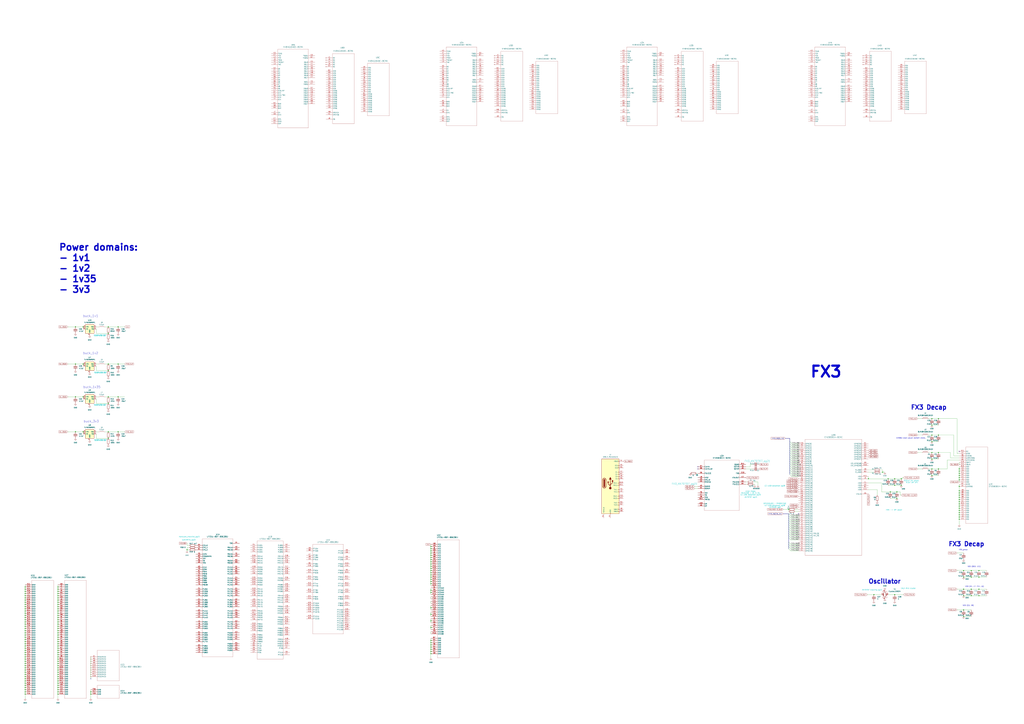
<source format=kicad_sch>
(kicad_sch (version 20231120) (generator "eeschema") (generator_version "8.0")
  (paper "A0")
  (lib_symbols
    (symbol "CYUSB3014-BZXC:CYUSB3014-BZXC" (pin_names (offset 0.254))
      (property "Reference" "U" (at 27.94 12.7 0))
      (property "Value" "CYUSB3014-BZXC" (at 27.94 10.16 0))
      (symbol "CYUSB3014-BZXC_1_1"
        (pin bidirectional line (at 0 -43.18 0) (length 7.62) (name "DM") (number "A10"))
        (pin input line (at 0 -22.86 0) (length 7.62) (name "SSRXM") (number "A3"))
        (pin input line (at 0 -25.4 0) (length 7.62) (name "SSRXP") (number "A4"))
        (pin output line (at 55.88 -2.54 180) (length 7.62) (name "SSTXP") (number "A5"))
        (pin output line (at 55.88 0 180) (length 7.62) (name "SSTXM") (number "A6"))
        (pin bidirectional line (at 0 -45.72 0) (length 7.62) (name "DP") (number "A9"))
        (pin input line (at 0 -38.1 0) (length 7.62) (name "TRST#") (number "B11"))
        (pin bidirectional line (at 55.88 -17.78 180) (length 7.62) (name "FSLC[0]") (number "B2"))
        (pin bidirectional line (at 55.88 -20.32 180) (length 7.62) (name "FSLC[1]") (number "B4"))
        (pin output line (at 55.88 -7.62 180) (length 7.62) (name "TDO") (number "C10"))
        (pin input line (at 0 -17.78 0) (length 7.62) (name "RESET#") (number "C5"))
        (pin bidirectional line (at 55.88 -12.7 180) (length 7.62) (name "XTALOUT") (number "C7"))
        (pin input line (at 0 -15.24 0) (length 7.62) (name "OTG_ID") (number "C9"))
        (pin output line (at 55.88 2.54 180) (length 7.62) (name "O[60]") (number "D11"))
        (pin input line (at 0 -2.54 0) (length 7.62) (name "CLKIN_32") (number "D6"))
        (pin input line (at 0 0 0) (length 7.62) (name "CLKIN") (number "D7"))
        (pin input line (at 0 -7.62 0) (length 7.62) (name "FSLC[2]") (number "E6"))
        (pin input line (at 0 -33.02 0) (length 7.62) (name "TDI") (number "E7"))
        (pin input line (at 0 -35.56 0) (length 7.62) (name "TMS") (number "E8"))
        (pin input line (at 0 -30.48 0) (length 7.62) (name "TCK") (number "F6"))
        (pin input line (at 0 -12.7 0) (length 7.62) (name "INT#") (number "L8"))
      )
      (symbol "CYUSB3014-BZXC_2_1"
        (pin bidirectional line (at 81.28 -50.8 180) (length 7.62) (name "VIO4") (number "B1"))
        (pin bidirectional line (at 81.28 -33.02 180) (length 7.62) (name "R_USB3") (number "B3"))
        (pin bidirectional line (at 81.28 -10.16 180) (length 7.62) (name "GPIO[54]") (number "C1"))
        (pin bidirectional line (at 81.28 -53.34 180) (length 7.62) (name "VIO5") (number "C11"))
        (pin bidirectional line (at 81.28 -12.7 180) (length 7.62) (name "GPIO[55]") (number "C2"))
        (pin bidirectional line (at 81.28 -17.78 180) (length 7.62) (name "GPIO[57]") (number "C4"))
        (pin bidirectional line (at 81.28 -58.42 180) (length 7.62) (name "XTALIN") (number "C6"))
        (pin bidirectional line (at 81.28 -30.48 180) (length 7.62) (name "R_USB2") (number "C8"))
        (pin bidirectional line (at 81.28 0 180) (length 7.62) (name "GPIO[50]") (number "D1"))
        (pin bidirectional line (at 81.28 -25.4 180) (length 7.62) (name "I2C_GPIO[59]") (number "D10"))
        (pin bidirectional line (at 81.28 -2.54 180) (length 7.62) (name "GPIO[51]") (number "D2"))
        (pin bidirectional line (at 81.28 -5.08 180) (length 7.62) (name "GPIO[52]") (number "D3"))
        (pin bidirectional line (at 81.28 -7.62 180) (length 7.62) (name "GPIO[53]") (number "D4"))
        (pin bidirectional line (at 81.28 -15.24 180) (length 7.62) (name "GPIO[56]") (number "D5"))
        (pin bidirectional line (at 81.28 -22.86 180) (length 7.62) (name "I2C_GPIO[58]") (number "D9"))
        (pin bidirectional line (at 0 -119.38 0) (length 7.62) (name "GPIO[47]") (number "E1"))
        (pin bidirectional line (at 81.28 -48.26 180) (length 7.62) (name "VIO3") (number "E3"))
        (pin bidirectional line (at 0 -124.46 0) (length 7.62) (name "GPIO[49]") (number "E4"))
        (pin bidirectional line (at 0 -121.92 0) (length 7.62) (name "GPIO[48]") (number "E5"))
        (pin bidirectional line (at 81.28 -45.72 180) (length 7.62) (name "VIO2") (number "F1"))
        (pin bidirectional line (at 0 0 0) (length 7.62) (name "GPIO[0]") (number "F10"))
        (pin bidirectional line (at 0 -114.3 0) (length 7.62) (name "GPIO[45]") (number "F2"))
        (pin bidirectional line (at 0 -111.76 0) (length 7.62) (name "GPIO[44]") (number "F3"))
        (pin bidirectional line (at 0 -104.14 0) (length 7.62) (name "GPIO[41]/A0_[5]") (number "F4"))
        (pin bidirectional line (at 0 -116.84 0) (length 7.62) (name "GPIO[46]") (number "F5"))
        (pin bidirectional line (at 0 -5.08 0) (length 7.62) (name "GPIO[2]") (number "F7"))
        (pin bidirectional line (at 0 -12.7 0) (length 7.62) (name "GPIO[5]") (number "F8"))
        (pin bidirectional line (at 0 -2.54 0) (length 7.62) (name "GPIO[1]") (number "F9"))
        (pin bidirectional line (at 0 -7.62 0) (length 7.62) (name "GPIO[3]") (number "G10"))
        (pin bidirectional line (at 0 -106.68 0) (length 7.62) (name "GPIO[42]/A1_[5]") (number "G2"))
        (pin bidirectional line (at 0 -109.22 0) (length 7.62) (name "GPIO[43]") (number "G3"))
        (pin bidirectional line (at 0 -76.2 0) (length 7.62) (name "GPIO[30]") (number "G4"))
        (pin bidirectional line (at 0 -63.5 0) (length 7.62) (name "GPIO[25]") (number "G5"))
        (pin bidirectional line (at 0 -55.88 0) (length 7.62) (name "GPIO[22]") (number "G6"))
        (pin bidirectional line (at 0 -53.34 0) (length 7.62) (name "GPIO[21]") (number "G7"))
        (pin bidirectional line (at 0 -38.1 0) (length 7.62) (name "GPIO[15]") (number "G8"))
        (pin bidirectional line (at 0 -10.16 0) (length 7.62) (name "GPIO[4]") (number "G9"))
        (pin bidirectional line (at 0 -15.24 0) (length 7.62) (name "GPIO[6]") (number "H10"))
        (pin bidirectional line (at 81.28 -38.1 180) (length 7.62) (name "VIO1") (number "H11"))
        (pin bidirectional line (at 0 -99.06 0) (length 7.62) (name "GPIO[39]") (number "H2"))
        (pin bidirectional line (at 0 -101.6 0) (length 7.62) (name "GPIO[40]") (number "H3"))
        (pin bidirectional line (at 0 -78.74 0) (length 7.62) (name "GPIO[31]") (number "H4"))
        (pin bidirectional line (at 0 -73.66 0) (length 7.62) (name "GPIO[29]") (number "H5"))
        (pin bidirectional line (at 0 -66.04 0) (length 7.62) (name "GPIO[26]") (number "H6"))
        (pin bidirectional line (at 0 -50.8 0) (length 7.62) (name "GPIO[20]") (number "H7"))
        (pin bidirectional line (at 0 -60.96 0) (length 7.62) (name "GPIO[24]") (number "H8"))
        (pin bidirectional line (at 0 -17.78 0) (length 7.62) (name "GPIO[7]") (number "H9"))
        (pin bidirectional line (at 0 -96.52 0) (length 7.62) (name "GPIO[38]") (number "J1"))
        (pin bidirectional line (at 0 -20.32 0) (length 7.62) (name "GPIO[8]") (number "J10"))
        (pin bidirectional line (at 0 -91.44 0) (length 7.62) (name "GPIO[36]") (number "J2"))
        (pin bidirectional line (at 0 -93.98 0) (length 7.62) (name "GPIO[37]") (number "J3"))
        (pin bidirectional line (at 0 -86.36 0) (length 7.62) (name "GPIO[34]") (number "J4"))
        (pin bidirectional line (at 0 -71.12 0) (length 7.62) (name "GPIO[28]") (number "J5"))
        (pin bidirectional line (at 0 -40.64 0) (length 7.62) (name "GPIO[16]") (number "J6"))
        (pin bidirectional line (at 0 -48.26 0) (length 7.62) (name "GPIO[19]") (number "J7"))
        (pin bidirectional line (at 0 -35.56 0) (length 7.62) (name "GPIO[14]") (number "J8"))
        (pin bidirectional line (at 0 -22.86 0) (length 7.62) (name "GPIO[9]") (number "J9"))
        (pin bidirectional line (at 0 -88.9 0) (length 7.62) (name "GPIO[35]") (number "K1"))
        (pin bidirectional line (at 0 -30.48 0) (length 7.62) (name "GPIO[12]") (number "K10"))
        (pin bidirectional line (at 0 -25.4 0) (length 7.62) (name "GPIO[10]") (number "K11"))
        (pin bidirectional line (at 0 -83.82 0) (length 7.62) (name "GPIO[33]") (number "K2"))
        (pin bidirectional line (at 0 -68.58 0) (length 7.62) (name "GPIO[27]") (number "K5"))
        (pin bidirectional line (at 0 -58.42 0) (length 7.62) (name "GPIO[23]") (number "K6"))
        (pin bidirectional line (at 0 -45.72 0) (length 7.62) (name "GPIO[18]") (number "K7"))
        (pin bidirectional line (at 0 -43.18 0) (length 7.62) (name "GPIO[17]") (number "K8"))
        (pin bidirectional line (at 0 -33.02 0) (length 7.62) (name "GPIO[13]") (number "K9"))
        (pin bidirectional line (at 0 -27.94 0) (length 7.62) (name "GPIO[11]") (number "L10"))
        (pin bidirectional line (at 0 -81.28 0) (length 7.62) (name "GPIO[32]") (number "L4"))
        (pin bidirectional line (at 81.28 -40.64 180) (length 7.62) (name "VIO1") (number "L9"))
      )
      (symbol "CYUSB3014-BZXC_3_1"
        (pin power_out line (at 0 -40.64 0) (length 7.62) (name "U3VSSQ") (number "A1"))
        (pin no_connect line (at 0 0 0) (length 7.62) (name "NC") (number "A11"))
        (pin power_in line (at 0 -7.62 0) (length 7.62) (name "U3RXVDDQ") (number "A2"))
        (pin power_in line (at 0 -2.54 0) (length 7.62) (name "AVDD") (number "A7"))
        (pin power_out line (at 0 -45.72 0) (length 7.62) (name "VSS") (number "A8"))
        (pin power_in line (at 0 -17.78 0) (length 7.62) (name "VDD") (number "B10"))
        (pin power_in line (at 0 -10.16 0) (length 7.62) (name "U3TXVDDQ") (number "B5"))
        (pin power_in line (at 0 -5.08 0) (length 7.62) (name "CVDDQ") (number "B6"))
        (pin power_out line (at 0 -38.1 0) (length 7.62) (name "AVSS") (number "B7"))
        (pin power_out line (at 0 -48.26 0) (length 7.62) (name "VSS") (number "B8"))
        (pin power_out line (at 0 -50.8 0) (length 7.62) (name "VSS") (number "B9"))
        (pin power_in line (at 0 -20.32 0) (length 7.62) (name "VDD") (number "C3"))
        (pin power_out line (at 0 -53.34 0) (length 7.62) (name "VSS") (number "D8"))
        (pin power_in line (at 0 -12.7 0) (length 7.62) (name "VBATT") (number "E10"))
        (pin power_in line (at 0 -15.24 0) (length 7.62) (name "VBUS") (number "E11"))
        (pin power_out line (at 0 -55.88 0) (length 7.62) (name "VSS") (number "E2"))
        (pin power_in line (at 0 -22.86 0) (length 7.62) (name "VDD") (number "E9"))
        (pin power_in line (at 0 -25.4 0) (length 7.62) (name "VDD") (number "F11"))
        (pin power_out line (at 0 -58.42 0) (length 7.62) (name "VSS") (number "G1"))
        (pin power_out line (at 0 -60.96 0) (length 7.62) (name "VSS") (number "G11"))
        (pin power_in line (at 0 -27.94 0) (length 7.62) (name "VDD") (number "H1"))
        (pin power_in line (at 0 -30.48 0) (length 7.62) (name "VDD") (number "J11"))
        (pin power_out line (at 0 -63.5 0) (length 7.62) (name "VSS") (number "K3"))
        (pin power_out line (at 0 -66.04 0) (length 7.62) (name "VSS") (number "K4"))
        (pin power_out line (at 0 -68.58 0) (length 7.62) (name "VSS") (number "L1"))
        (pin power_out line (at 0 -78.74 0) (length 7.62) (name "VSS") (number "L11"))
        (pin power_out line (at 0 -71.12 0) (length 7.62) (name "VSS") (number "L2"))
        (pin power_out line (at 0 -73.66 0) (length 7.62) (name "VSS") (number "L3"))
        (pin power_in line (at 0 -33.02 0) (length 7.62) (name "VDD") (number "L5"))
        (pin power_out line (at 0 -76.2 0) (length 7.62) (name "VSS") (number "L6"))
        (pin power_in line (at 0 -35.56 0) (length 7.62) (name "VDD") (number "L7"))
      )
    )
    (symbol "Connector:USB_C_Receptacle" (pin_names (offset 1.016))
      (property "Reference" "J" (at -10.16 29.21 0))
      (property "Value" "USB_C_Receptacle" (at 10.16 29.21 0))
      (symbol "USB_C_Receptacle_1_1"
        (pin passive line (at 0 -40.64 90) (length 5.08) (name "GND") (number "A1"))
        (pin bidirectional line (at 15.24 -15.24 180) (length 5.08) (name "RX2-") (number "A10"))
        (pin bidirectional line (at 15.24 -17.78 180) (length 5.08) (name "RX2+") (number "A11"))
        (pin passive line (at 0 -40.64 90) (length 5.08) hide (name "GND") (number "A12"))
        (pin bidirectional line (at 15.24 -10.16 180) (length 5.08) (name "TX1+") (number "A2"))
        (pin bidirectional line (at 15.24 -7.62 180) (length 5.08) (name "TX1-") (number "A3"))
        (pin passive line (at 15.24 25.4 180) (length 5.08) (name "VBUS") (number "A4"))
        (pin bidirectional line (at 15.24 20.32 180) (length 5.08) (name "CC1") (number "A5"))
        (pin bidirectional line (at 15.24 7.62 180) (length 5.08) (name "D+") (number "A6"))
        (pin bidirectional line (at 15.24 12.7 180) (length 5.08) (name "D-") (number "A7"))
        (pin bidirectional line (at 15.24 -30.48 180) (length 5.08) (name "SBU1") (number "A8"))
        (pin passive line (at 15.24 25.4 180) (length 5.08) hide (name "VBUS") (number "A9"))
        (pin passive line (at 0 -40.64 90) (length 5.08) hide (name "GND") (number "B1"))
        (pin bidirectional line (at 15.24 0 180) (length 5.08) (name "RX1-") (number "B10"))
        (pin bidirectional line (at 15.24 -2.54 180) (length 5.08) (name "RX1+") (number "B11"))
        (pin passive line (at 0 -40.64 90) (length 5.08) hide (name "GND") (number "B12"))
        (pin bidirectional line (at 15.24 -25.4 180) (length 5.08) (name "TX2+") (number "B2"))
        (pin bidirectional line (at 15.24 -22.86 180) (length 5.08) (name "TX2-") (number "B3"))
        (pin passive line (at 15.24 25.4 180) (length 5.08) hide (name "VBUS") (number "B4"))
        (pin bidirectional line (at 15.24 17.78 180) (length 5.08) (name "CC2") (number "B5"))
        (pin bidirectional line (at 15.24 5.08 180) (length 5.08) (name "D+") (number "B6"))
        (pin bidirectional line (at 15.24 10.16 180) (length 5.08) (name "D-") (number "B7"))
        (pin bidirectional line (at 15.24 -33.02 180) (length 5.08) (name "SBU2") (number "B8"))
        (pin passive line (at 15.24 25.4 180) (length 5.08) hide (name "VBUS") (number "B9"))
        (pin passive line (at -7.62 -40.64 90) (length 5.08) (name "SHIELD") (number "S1"))
      )
    )
    (symbol "Device:C" (pin_numbers hide) (pin_names (offset 0.254))
      (property "Reference" "C" (at 0.635 2.54 0))
      (property "Value" "C" (at 0.635 -2.54 0))
      (symbol "C_1_1"
        (pin passive line (at 0 3.81 270) (length 2.794) (name "~") (number "1"))
        (pin passive line (at 0 -3.81 90) (length 2.794) (name "~") (number "2"))
      )
    )
    (symbol "Device:Crystal_GND24" (pin_names (offset 1.016) hide)
      (property "Reference" "Y" (at 3.175 5.08 0))
      (property "Value" "Crystal_GND24" (at 3.175 3.175 0))
      (symbol "Crystal_GND24_1_1"
        (pin passive line (at -3.81 0 0) (length 1.27) (name "1") (number "1"))
        (pin passive line (at 0 5.08 270) (length 1.27) (name "2") (number "2"))
        (pin passive line (at 3.81 0 180) (length 1.27) (name "3") (number "3"))
        (pin passive line (at 0 -5.08 90) (length 1.27) (name "4") (number "4"))
      )
    )
    (symbol "Device:L" (pin_numbers hide) (pin_names (offset 1.016) hide)
      (property "Reference" "L" (at -1.27 0 90))
      (property "Value" "L" (at 1.905 0 90))
      (symbol "L_1_1"
        (pin passive line (at 0 3.81 270) (length 1.27) (name "1") (number "1"))
        (pin passive line (at 0 -3.81 90) (length 1.27) (name "2") (number "2"))
      )
    )
    (symbol "Device:L_Ferrite" (pin_numbers hide) (pin_names (offset 1.016) hide)
      (property "Reference" "L" (at -1.27 0 90))
      (property "Value" "L_Ferrite" (at 2.794 0 90))
      (symbol "L_Ferrite_1_1"
        (pin passive line (at 0 3.81 270) (length 1.27) (name "1") (number "1"))
        (pin passive line (at 0 -3.81 90) (length 1.27) (name "2") (number "2"))
      )
    )
    (symbol "Device:R" (pin_numbers hide) (pin_names (offset 0))
      (property "Reference" "R" (at 2.032 0 90))
      (property "Value" "R" (at 0 0 90))
      (symbol "R_1_1"
        (pin passive line (at 0 3.81 270) (length 1.27) (name "~") (number "1"))
        (pin passive line (at 0 -3.81 90) (length 1.27) (name "~") (number "2"))
      )
    )
    (symbol "K4B4G1646E-BCMA:K4B4G1646E-BCMA" (pin_names (offset 0.254))
      (property "Reference" "U" (at 25.4 10.16 0))
      (property "Value" "K4B4G1646E-BCMA" (at 25.4 7.62 0))
      (symbol "K4B4G1646E-BCMA_1_1"
        (pin bidirectional line (at 50.8 -53.34 180) (length 7.62) (name "DQU5") (number "A2"))
        (pin bidirectional line (at 50.8 -58.42 180) (length 7.62) (name "DQU7") (number "A3"))
        (pin bidirectional line (at 50.8 -50.8 180) (length 7.62) (name "DQU4") (number "A7"))
        (pin bidirectional line (at 50.8 -5.08 180) (length 7.62) (name "*DQSU") (number "B7"))
        (pin bidirectional line (at 50.8 -55.88 180) (length 7.62) (name "DQU6") (number "B8"))
        (pin bidirectional line (at 50.8 -48.26 180) (length 7.62) (name "DQU3") (number "C2"))
        (pin bidirectional line (at 50.8 -43.18 180) (length 7.62) (name "DQU1") (number "C3"))
        (pin bidirectional line (at 50.8 -35.56 180) (length 7.62) (name "DQSU") (number "C7"))
        (pin bidirectional line (at 50.8 -45.72 180) (length 7.62) (name "DQU2") (number "C8"))
        (pin input line (at 0 -78.74 0) (length 7.62) (name "DMU") (number "D3"))
        (pin bidirectional line (at 50.8 -40.64 180) (length 7.62) (name "DQU0") (number "D7"))
        (pin bidirectional line (at 50.8 -10.16 180) (length 7.62) (name "DQL0") (number "E3"))
        (pin input line (at 0 -76.2 0) (length 7.62) (name "DML") (number "E7"))
        (pin bidirectional line (at 50.8 -15.24 180) (length 7.62) (name "DQL2") (number "F2"))
        (pin bidirectional line (at 50.8 -33.02 180) (length 7.62) (name "DQSL") (number "F3"))
        (pin bidirectional line (at 50.8 -12.7 180) (length 7.62) (name "DQL1") (number "F7"))
        (pin bidirectional line (at 50.8 -17.78 180) (length 7.62) (name "DQL3") (number "F8"))
        (pin bidirectional line (at 50.8 -25.4 180) (length 7.62) (name "DQL6") (number "G2"))
        (pin bidirectional line (at 50.8 -2.54 180) (length 7.62) (name "*DQSL") (number "G3"))
        (pin bidirectional line (at 50.8 -20.32 180) (length 7.62) (name "DQL4") (number "H3"))
        (pin bidirectional line (at 50.8 -27.94 180) (length 7.62) (name "DQL7") (number "H7"))
        (pin bidirectional line (at 50.8 -22.86 180) (length 7.62) (name "DQL5") (number "H8"))
        (pin input line (at 0 -7.62 0) (length 7.62) (name "*RAS") (number "J3"))
        (pin input line (at 0 -68.58 0) (length 7.62) (name "CK") (number "J7"))
        (pin input line (at 0 -81.28 0) (length 7.62) (name "ODT") (number "K1"))
        (pin input line (at 0 0 0) (length 7.62) (name "*CAS") (number "K3"))
        (pin input line (at 0 -2.54 0) (length 7.62) (name "*CK") (number "K7"))
        (pin input line (at 0 -71.12 0) (length 7.62) (name "CKE") (number "K9"))
        (pin input line (at 0 -5.08 0) (length 7.62) (name "*CS") (number "L2"))
        (pin input line (at 0 -12.7 0) (length 7.62) (name "*WE") (number "L3"))
        (pin input line (at 0 -43.18 0) (length 7.62) (name "A10/AP") (number "L7"))
        (pin input line (at 0 -58.42 0) (length 7.62) (name "BA0") (number "M2"))
        (pin input line (at 0 -63.5 0) (length 7.62) (name "BA2") (number "M3"))
        (pin input line (at 0 -25.4 0) (length 7.62) (name "A3") (number "N2"))
        (pin input line (at 0 -17.78 0) (length 7.62) (name "A0") (number "N3"))
        (pin input line (at 0 -48.26 0) (length 7.62) (name "A12/*BC") (number "N7"))
        (pin input line (at 0 -60.96 0) (length 7.62) (name "BA1") (number "N8"))
        (pin input line (at 0 -30.48 0) (length 7.62) (name "A5") (number "P2"))
        (pin input line (at 0 -22.86 0) (length 7.62) (name "A2") (number "P3"))
        (pin input line (at 0 -20.32 0) (length 7.62) (name "A1") (number "P7"))
        (pin input line (at 0 -27.94 0) (length 7.62) (name "A4") (number "P8"))
        (pin input line (at 0 -35.56 0) (length 7.62) (name "A7") (number "R2"))
        (pin input line (at 0 -40.64 0) (length 7.62) (name "A9") (number "R3"))
        (pin input line (at 0 -45.72 0) (length 7.62) (name "A11") (number "R7"))
        (pin input line (at 0 -33.02 0) (length 7.62) (name "A6") (number "R8"))
        (pin input line (at 0 -10.16 0) (length 7.62) (name "*RESET") (number "T2"))
        (pin input line (at 0 -50.8 0) (length 7.62) (name "A13") (number "T3"))
        (pin input line (at 0 -53.34 0) (length 7.62) (name "A14") (number "T7"))
        (pin input line (at 0 -38.1 0) (length 7.62) (name "A8") (number "T8"))
      )
      (symbol "K4B4G1646E-BCMA_2_1"
        (pin power_in line (at 0 -38.1 0) (length 7.62) (name "VDDQ") (number "A1"))
        (pin power_in line (at 0 -40.64 0) (length 7.62) (name "VDDQ") (number "A8"))
        (pin power_in line (at 0 -15.24 0) (length 7.62) (name "VDD") (number "B2"))
        (pin power_in line (at 0 -43.18 0) (length 7.62) (name "VDDQ") (number "C1"))
        (pin power_in line (at 0 -45.72 0) (length 7.62) (name "VDDQ") (number "C9"))
        (pin power_in line (at 0 -48.26 0) (length 7.62) (name "VDDQ") (number "D2"))
        (pin power_in line (at 0 -17.78 0) (length 7.62) (name "VDD") (number "D9"))
        (pin power_in line (at 0 -50.8 0) (length 7.62) (name "VDDQ") (number "E9"))
        (pin power_in line (at 0 -53.34 0) (length 7.62) (name "VDDQ") (number "F1"))
        (pin power_in line (at 0 -20.32 0) (length 7.62) (name "VDD") (number "G7"))
        (pin power_in line (at 0 -66.04 0) (length 7.62) (name "VREFDQ") (number "H1"))
        (pin power_in line (at 0 -55.88 0) (length 7.62) (name "VDDQ") (number "H2"))
        (pin power_in line (at 0 -58.42 0) (length 7.62) (name "VDDQ") (number "H9"))
        (pin no_connect line (at 0 0 0) (length 7.62) (name "NC") (number "J1"))
        (pin no_connect line (at 0 -2.54 0) (length 7.62) (name "NC") (number "J9"))
        (pin power_in line (at 0 -22.86 0) (length 7.62) (name "VDD") (number "K2"))
        (pin power_in line (at 0 -25.4 0) (length 7.62) (name "VDD") (number "K8"))
        (pin no_connect line (at 0 -5.08 0) (length 7.62) (name "NC") (number "L1"))
        (pin power_in line (at 0 -71.12 0) (length 7.62) (name "ZQ") (number "L8"))
        (pin no_connect line (at 0 -7.62 0) (length 7.62) (name "NC") (number "L9"))
        (pin no_connect line (at 0 -10.16 0) (length 7.62) (name "NC") (number "M7"))
        (pin power_in line (at 0 -63.5 0) (length 7.62) (name "VREFCA") (number "M8"))
        (pin power_in line (at 0 -27.94 0) (length 7.62) (name "VDD") (number "N1"))
        (pin power_in line (at 0 -30.48 0) (length 7.62) (name "VDD") (number "N9"))
        (pin power_in line (at 0 -33.02 0) (length 7.62) (name "VDD") (number "R1"))
        (pin power_in line (at 0 -35.56 0) (length 7.62) (name "VDD") (number "R9"))
      )
      (symbol "K4B4G1646E-BCMA_3_1"
        (pin power_out line (at 0 0 0) (length 7.62) (name "VSS") (number "A9"))
        (pin power_out line (at 0 -30.48 0) (length 7.62) (name "VSSQ") (number "B1"))
        (pin power_out line (at 0 -2.54 0) (length 7.62) (name "VSS") (number "B3"))
        (pin power_out line (at 0 -33.02 0) (length 7.62) (name "VSSQ") (number "B9"))
        (pin power_out line (at 0 -35.56 0) (length 7.62) (name "VSSQ") (number "D1"))
        (pin power_out line (at 0 -38.1 0) (length 7.62) (name "VSSQ") (number "D8"))
        (pin power_out line (at 0 -5.08 0) (length 7.62) (name "VSS") (number "E1"))
        (pin power_out line (at 0 -40.64 0) (length 7.62) (name "VSSQ") (number "E2"))
        (pin power_out line (at 0 -43.18 0) (length 7.62) (name "VSSQ") (number "E8"))
        (pin power_out line (at 0 -45.72 0) (length 7.62) (name "VSSQ") (number "F9"))
        (pin power_out line (at 0 -48.26 0) (length 7.62) (name "VSSQ") (number "G1"))
        (pin power_out line (at 0 -7.62 0) (length 7.62) (name "VSS") (number "G8"))
        (pin power_out line (at 0 -50.8 0) (length 7.62) (name "VSSQ") (number "G9"))
        (pin power_out line (at 0 -10.16 0) (length 7.62) (name "VSS") (number "J2"))
        (pin power_out line (at 0 -12.7 0) (length 7.62) (name "VSS") (number "J8"))
        (pin power_out line (at 0 -15.24 0) (length 7.62) (name "VSS") (number "M1"))
        (pin power_out line (at 0 -17.78 0) (length 7.62) (name "VSS") (number "M9"))
        (pin power_out line (at 0 -20.32 0) (length 7.62) (name "VSS") (number "P1"))
        (pin power_out line (at 0 -22.86 0) (length 7.62) (name "VSS") (number "P9"))
        (pin power_out line (at 0 -25.4 0) (length 7.62) (name "VSS") (number "T1"))
        (pin power_out line (at 0 -27.94 0) (length 7.62) (name "VSS") (number "T9"))
      )
    )
    (symbol "LFE5U-85F-8BG381I:LFE5U-85F-8BG381I" (pin_names (offset 0.254))
      (property "Reference" "U" (at 25.4 12.7 0))
      (property "Value" "LFE5U-85F-8BG381I" (at 25.4 10.16 0))
      (symbol "LFE5U-85F-8BG381I_1_1"
        (pin bidirectional line (at 50.8 -63.5 180) (length 7.62) (name "PL35A") (number "A2"))
        (pin bidirectional line (at 50.8 -43.18 180) (length 7.62) (name "PL14C") (number "A3"))
        (pin bidirectional line (at 50.8 -25.4 180) (length 7.62) (name "PL11A") (number "A4"))
        (pin bidirectional line (at 50.8 -27.94 180) (length 7.62) (name "PL11B") (number "A5"))
        (pin bidirectional line (at 50.8 -66.04 180) (length 7.62) (name "PL35B") (number "B1"))
        (pin bidirectional line (at 50.8 -68.58 180) (length 7.62) (name "PL35C") (number "B2"))
        (pin bidirectional line (at 50.8 -45.72 180) (length 7.62) (name "PL14D") (number "B3"))
        (pin bidirectional line (at 50.8 -40.64 180) (length 7.62) (name "PL14B") (number "B4"))
        (pin bidirectional line (at 50.8 -30.48 180) (length 7.62) (name "PL11C") (number "B5"))
        (pin bidirectional line (at 0 -63.5 0) (length 7.62) (name "PL38A") (number "C1"))
        (pin bidirectional line (at 50.8 -71.12 180) (length 7.62) (name "PL35D") (number "C2"))
        (pin bidirectional line (at 50.8 -55.88 180) (length 7.62) (name "PL17C") (number "C3"))
        (pin bidirectional line (at 50.8 -38.1 180) (length 7.62) (name "PL14A") (number "C4"))
        (pin bidirectional line (at 50.8 -33.02 180) (length 7.62) (name "PL11D") (number "C5"))
        (pin bidirectional line (at 0 -66.04 0) (length 7.62) (name "PL38B") (number "D1"))
        (pin bidirectional line (at 0 -68.58 0) (length 7.62) (name "PL38C") (number "D2"))
        (pin bidirectional line (at 50.8 -58.42 180) (length 7.62) (name "PL17D") (number "D3"))
        (pin bidirectional line (at 50.8 -53.34 180) (length 7.62) (name "PL17B") (number "D5"))
        (pin bidirectional line (at 0 -71.12 0) (length 7.62) (name "PL38D") (number "E1"))
        (pin bidirectional line (at 0 -83.82 0) (length 7.62) (name "PL44D") (number "E2"))
        (pin bidirectional line (at 0 -53.34 0) (length 7.62) (name "PL20B") (number "E3"))
        (pin bidirectional line (at 50.8 -50.8 180) (length 7.62) (name "PL17A") (number "E4"))
        (pin bidirectional line (at 0 -55.88 0) (length 7.62) (name "PL20C") (number "E5"))
        (pin bidirectional line (at 50.8 -91.44 180) (length 7.62) (name "PL47B") (number "F1"))
        (pin bidirectional line (at 0 -81.28 0) (length 7.62) (name "PL44C") (number "F2"))
        (pin bidirectional line (at 0 -78.74 0) (length 7.62) (name "PL44B") (number "F3"))
        (pin bidirectional line (at 0 -50.8 0) (length 7.62) (name "PL20A") (number "F4"))
        (pin bidirectional line (at 0 -58.42 0) (length 7.62) (name "PL20D") (number "F5"))
        (pin bidirectional line (at 50.8 -96.52 180) (length 7.62) (name "PL47D") (number "G1"))
        (pin bidirectional line (at 50.8 -88.9 180) (length 7.62) (name "PL47A") (number "G2"))
        (pin bidirectional line (at 0 -76.2 0) (length 7.62) (name "PL44A") (number "G3"))
        (pin bidirectional line (at 50.8 -78.74 180) (length 7.62) (name "PL41B") (number "G5"))
        (pin bidirectional line (at 50.8 -106.68 180) (length 7.62) (name "PL53C") (number "H1"))
        (pin bidirectional line (at 50.8 -93.98 180) (length 7.62) (name "PL47C") (number "H2"))
        (pin bidirectional line (at 50.8 -83.82 180) (length 7.62) (name "PL41D") (number "H3"))
        (pin bidirectional line (at 50.8 -76.2 180) (length 7.62) (name "PL41A") (number "H4"))
        (pin bidirectional line (at 50.8 -81.28 180) (length 7.62) (name "PL41C") (number "H5"))
        (pin bidirectional line (at 50.8 -104.14 180) (length 7.62) (name "PL53B") (number "J1"))
        (pin bidirectional line (at 0 -93.98 0) (length 7.62) (name "PL50C") (number "J3"))
        (pin bidirectional line (at 0 -88.9 0) (length 7.62) (name "PL50A") (number "J4"))
        (pin bidirectional line (at 0 -91.44 0) (length 7.62) (name "PL50B") (number "J5"))
        (pin bidirectional line (at 50.8 -109.22 180) (length 7.62) (name "PL53D") (number "K1"))
        (pin bidirectional line (at 50.8 -101.6 180) (length 7.62) (name "PL53A") (number "K2"))
        (pin bidirectional line (at 0 -96.52 0) (length 7.62) (name "PL50D") (number "K3"))
        (pin bidirectional line (at 0 -101.6 0) (length 7.62) (name "PL56A") (number "K4"))
        (pin bidirectional line (at 0 -104.14 0) (length 7.62) (name "PL56B") (number "K5"))
        (pin bidirectional line (at 0 -124.46 0) (length 7.62) (name "PL86D") (number "L2"))
        (pin bidirectional line (at 0 -121.92 0) (length 7.62) (name "PL86C") (number "L3"))
        (pin bidirectional line (at 0 -106.68 0) (length 7.62) (name "PL56C") (number "L4"))
        (pin bidirectional line (at 0 -109.22 0) (length 7.62) (name "PL56D") (number "L5"))
        (pin bidirectional line (at 0 -119.38 0) (length 7.62) (name "PL86B") (number "M3"))
        (pin bidirectional line (at 50.8 -114.3 180) (length 7.62) (name "PL83A") (number "M4"))
        (pin bidirectional line (at 0 -111.76 0) (length 7.62) (name "PL77A") (number "M5"))
        (pin bidirectional line (at 0 -116.84 0) (length 7.62) (name "PL86A") (number "N3"))
        (pin bidirectional line (at 50.8 -119.38 180) (length 7.62) (name "PL83C") (number "N4"))
        (pin bidirectional line (at 50.8 -116.84 180) (length 7.62) (name "PL83B") (number "N5"))
        (pin bidirectional line (at 50.8 -121.92 180) (length 7.62) (name "PL83D") (number "P5"))
        (pin bidirectional line (at 0 -30.48 0) (length 7.62) (name "PB4A") (number "R1"))
        (pin bidirectional line (at 50.8 -17.78 180) (length 7.62) (name "PB15A") (number "R2"))
        (pin bidirectional line (at 50.8 -20.32 180) (length 7.62) (name "PB15B") (number "R3"))
        (pin input line (at 0 -5.08 0) (length 7.62) (name "CFG_2") (number "R4"))
        (pin input line (at 0 -17.78 0) (length 7.62) (name "TDI") (number "R5"))
        (pin bidirectional line (at 0 -33.02 0) (length 7.62) (name "PB4B") (number "T1"))
        (pin bidirectional line (at 50.8 -10.16 180) (length 7.62) (name "PB13A") (number "T2"))
        (pin bidirectional line (at 0 -45.72 0) (length 7.62) (name "PB18A") (number "T3"))
        (pin input line (at 0 -2.54 0) (length 7.62) (name "CFG_1") (number "T4"))
        (pin input line (at 0 -15.24 0) (length 7.62) (name "TCK") (number "T5"))
        (pin bidirectional line (at 0 -35.56 0) (length 7.62) (name "PB6A") (number "U1"))
        (pin bidirectional line (at 50.8 -12.7 180) (length 7.62) (name "PB13B") (number "U2"))
        (pin bidirectional line (at 0 -25.4 0) (length 7.62) (name "CCLK") (number "U3"))
        (pin input line (at 0 0 0) (length 7.62) (name "CFG_0") (number "U4"))
        (pin input line (at 0 -20.32 0) (length 7.62) (name "TMS") (number "U5"))
        (pin bidirectional line (at 0 -38.1 0) (length 7.62) (name "PB6B") (number "V1"))
        (pin bidirectional line (at 50.8 -2.54 180) (length 7.62) (name "PB11A") (number "V2"))
        (pin bidirectional line (at 0 -10.16 0) (length 7.62) (name "INITN") (number "V3"))
        (pin output line (at 50.8 2.54 180) (length 7.62) (name "TDO") (number "V4"))
        (pin bidirectional line (at 0 -40.64 0) (length 7.62) (name "PB9A") (number "W1"))
        (pin bidirectional line (at 50.8 -5.08 180) (length 7.62) (name "PB11B") (number "W2"))
        (pin input line (at 0 -12.7 0) (length 7.62) (name "PROGRAMN") (number "W3"))
        (pin bidirectional line (at 0 -43.18 0) (length 7.62) (name "PB9B") (number "Y2"))
        (pin bidirectional line (at 0 -27.94 0) (length 7.62) (name "DONE") (number "Y3"))
      )
      (symbol "LFE5U-85F-8BG381I_2_1"
        (pin bidirectional line (at 0 -114.3 0) (length 7.62) (name "PT4A") (number "A6"))
        (pin bidirectional line (at 0 -116.84 0) (length 7.62) (name "PT4B") (number "B6"))
        (pin bidirectional line (at 45.72 -12.7 180) (length 7.62) (name "PR11A") (number "C18"))
        (pin bidirectional line (at 0 -38.1 0) (length 7.62) (name "PR35A") (number "C20"))
        (pin bidirectional line (at 45.72 -124.46 180) (length 7.62) (name "PT11A") (number "C6"))
        (pin bidirectional line (at 45.72 -127 180) (length 7.62) (name "PT11B") (number "C7"))
        (pin bidirectional line (at 45.72 -15.24 180) (length 7.62) (name "PR11B") (number "D17"))
        (pin bidirectional line (at 0 -12.7 0) (length 7.62) (name "PR14A") (number "D18"))
        (pin bidirectional line (at 0 -40.64 0) (length 7.62) (name "PR35B") (number "D19"))
        (pin bidirectional line (at 0 -43.18 0) (length 7.62) (name "PR35C") (number "D20"))
        (pin bidirectional line (at 0 -121.92 0) (length 7.62) (name "PT6B") (number "D6"))
        (pin bidirectional line (at 45.72 -119.38 180) (length 7.62) (name "PT9B") (number "D7"))
        (pin bidirectional line (at 45.72 -17.78 180) (length 7.62) (name "PR11C") (number "E16"))
        (pin bidirectional line (at 0 -15.24 0) (length 7.62) (name "PR14B") (number "E17"))
        (pin bidirectional line (at 0 -17.78 0) (length 7.62) (name "PR14C") (number "E18"))
        (pin bidirectional line (at 0 -45.72 0) (length 7.62) (name "PR35D") (number "E19"))
        (pin bidirectional line (at 45.72 -45.72 180) (length 7.62) (name "PR38A") (number "E20"))
        (pin bidirectional line (at 0 -119.38 0) (length 7.62) (name "PT6A") (number "E6"))
        (pin bidirectional line (at 0 -124.46 0) (length 7.62) (name "PT9A") (number "E7"))
        (pin bidirectional line (at 45.72 -20.32 180) (length 7.62) (name "PR11D") (number "F16"))
        (pin bidirectional line (at 45.72 -25.4 180) (length 7.62) (name "PR17A") (number "F17"))
        (pin bidirectional line (at 0 -20.32 0) (length 7.62) (name "PR14D") (number "F18"))
        (pin bidirectional line (at 45.72 -48.26 180) (length 7.62) (name "PR38B") (number "F19"))
        (pin bidirectional line (at 45.72 -50.8 180) (length 7.62) (name "PR38C") (number "F20"))
        (pin bidirectional line (at 45.72 -30.48 180) (length 7.62) (name "PR17C") (number "G16"))
        (pin bidirectional line (at 45.72 -27.94 180) (length 7.62) (name "PR17B") (number "G18"))
        (pin bidirectional line (at 0 -50.8 0) (length 7.62) (name "PR41A") (number "G19"))
        (pin bidirectional line (at 45.72 -53.34 180) (length 7.62) (name "PR38D") (number "G20"))
        (pin bidirectional line (at 45.72 -33.02 180) (length 7.62) (name "PR17D") (number "H16"))
        (pin bidirectional line (at 0 -27.94 0) (length 7.62) (name "PR20B") (number "H17"))
        (pin bidirectional line (at 0 -25.4 0) (length 7.62) (name "PR20A") (number "H18"))
        (pin bidirectional line (at 0 -53.34 0) (length 7.62) (name "PR41B") (number "H20"))
        (pin bidirectional line (at 0 -33.02 0) (length 7.62) (name "PR20D") (number "J16"))
        (pin bidirectional line (at 0 -30.48 0) (length 7.62) (name "PR20C") (number "J17"))
        (pin bidirectional line (at 0 -55.88 0) (length 7.62) (name "PR41C") (number "J18"))
        (pin bidirectional line (at 45.72 -58.42 180) (length 7.62) (name "PR44A") (number "J19"))
        (pin bidirectional line (at 45.72 -63.5 180) (length 7.62) (name "PR44C") (number "J20"))
        (pin bidirectional line (at 45.72 -38.1 180) (length 7.62) (name "PR29A") (number "K16"))
        (pin bidirectional line (at 45.72 -40.64 180) (length 7.62) (name "PR29B") (number "K17"))
        (pin bidirectional line (at 0 -58.42 0) (length 7.62) (name "PR41D") (number "K18"))
        (pin bidirectional line (at 45.72 -60.96 180) (length 7.62) (name "PR44B") (number "K19"))
        (pin bidirectional line (at 45.72 -66.04 180) (length 7.62) (name "PR44D") (number "K20"))
        (pin bidirectional line (at 45.72 -5.08 180) (length 7.62) (name "PL89C") (number "L1"))
        (pin bidirectional line (at 45.72 -71.12 180) (length 7.62) (name "PR50A") (number "L16"))
        (pin bidirectional line (at 45.72 -73.66 180) (length 7.62) (name "PR50B") (number "L17"))
        (pin bidirectional line (at 45.72 -76.2 180) (length 7.62) (name "PR50C") (number "L18"))
        (pin bidirectional line (at 0 -68.58 0) (length 7.62) (name "PR47C") (number "L19"))
        (pin bidirectional line (at 0 -63.5 0) (length 7.62) (name "PR47A") (number "L20"))
        (pin bidirectional line (at 45.72 -2.54 180) (length 7.62) (name "PL89B") (number "M1"))
        (pin bidirectional line (at 0 -78.74 0) (length 7.62) (name "PR53B") (number "M17"))
        (pin bidirectional line (at 45.72 -78.74 180) (length 7.62) (name "PR50D") (number "M18"))
        (pin bidirectional line (at 0 -71.12 0) (length 7.62) (name "PR47D") (number "M19"))
        (pin bidirectional line (at 0 -66.04 0) (length 7.62) (name "PR47B") (number "M20"))
        (pin bidirectional line (at 45.72 -7.62 180) (length 7.62) (name "PL89D") (number "N1"))
        (pin bidirectional line (at 0 -76.2 0) (length 7.62) (name "PR53A") (number "N16"))
        (pin bidirectional line (at 45.72 -83.82 180) (length 7.62) (name "PR56A") (number "N17"))
        (pin bidirectional line (at 0 -81.28 0) (length 7.62) (name "PR53C") (number "N18"))
        (pin bidirectional line (at 0 -91.44 0) (length 7.62) (name "PR83A") (number "N19"))
        (pin bidirectional line (at 45.72 0 180) (length 7.62) (name "PL89A") (number "N2"))
        (pin bidirectional line (at 0 -93.98 0) (length 7.62) (name "PR83B") (number "N20"))
        (pin bidirectional line (at 0 0 0) (length 7.62) (name "PL92A") (number "P1"))
        (pin bidirectional line (at 45.72 -86.36 180) (length 7.62) (name "PR56B") (number "P16"))
        (pin bidirectional line (at 0 -83.82 0) (length 7.62) (name "PR53D") (number "P17"))
        (pin bidirectional line (at 0 -99.06 0) (length 7.62) (name "PR83D") (number "P18"))
        (pin bidirectional line (at 0 -96.52 0) (length 7.62) (name "PR83C") (number "P19"))
        (pin bidirectional line (at 0 -2.54 0) (length 7.62) (name "PL92B") (number "P2"))
        (pin bidirectional line (at 45.72 -96.52 180) (length 7.62) (name "PR86A") (number "P20"))
        (pin bidirectional line (at 0 -5.08 0) (length 7.62) (name "PL92C") (number "P3"))
        (pin bidirectional line (at 0 -7.62 0) (length 7.62) (name "PL92D") (number "P4"))
        (pin bidirectional line (at 45.72 -88.9 180) (length 7.62) (name "PR56C") (number "R16"))
        (pin bidirectional line (at 45.72 -91.44 180) (length 7.62) (name "PR56D") (number "R17"))
        (pin bidirectional line (at 0 -106.68 0) (length 7.62) (name "PR89B") (number "R18"))
        (pin bidirectional line (at 45.72 -99.06 180) (length 7.62) (name "PR86B") (number "R20"))
        (pin bidirectional line (at 0 -86.36 0) (length 7.62) (name "PR77A") (number "T16"))
        (pin bidirectional line (at 45.72 -116.84 180) (length 7.62) (name "PR92D") (number "T17"))
        (pin bidirectional line (at 0 -111.76 0) (length 7.62) (name "PR89D") (number "T18"))
        (pin bidirectional line (at 0 -104.14 0) (length 7.62) (name "PR89A") (number "T19"))
        (pin bidirectional line (at 45.72 -101.6 180) (length 7.62) (name "PR86C") (number "T20"))
        (pin bidirectional line (at 45.72 -114.3 180) (length 7.62) (name "PR92C") (number "U16"))
        (pin bidirectional line (at 45.72 -111.76 180) (length 7.62) (name "PR92B") (number "U17"))
        (pin bidirectional line (at 45.72 -109.22 180) (length 7.62) (name "PR92A") (number "U18"))
        (pin bidirectional line (at 0 -109.22 0) (length 7.62) (name "PR89C") (number "U19"))
        (pin bidirectional line (at 45.72 -104.14 180) (length 7.62) (name "PR86D") (number "U20"))
      )
      (symbol "LFE5U-85F-8BG381I_3_1"
        (pin bidirectional line (at 0 -25.4 0) (length 7.62) (name "PT63A") (number "A10"))
        (pin bidirectional line (at 0 -27.94 0) (length 7.62) (name "PT63B") (number "A11"))
        (pin bidirectional line (at 50.8 -48.26 180) (length 7.62) (name "PT76A") (number "A12"))
        (pin bidirectional line (at 50.8 -50.8 180) (length 7.62) (name "PT76B") (number "A13"))
        (pin bidirectional line (at 0 -55.88 0) (length 7.62) (name "PT83A") (number "A14"))
        (pin bidirectional line (at 0 -63.5 0) (length 7.62) (name "PT103A") (number "A15"))
        (pin bidirectional line (at 50.8 -71.12 180) (length 7.62) (name "PT110A") (number "A16"))
        (pin bidirectional line (at 50.8 -86.36 180) (length 7.62) (name "PT116A") (number "A17"))
        (pin bidirectional line (at 50.8 -91.44 180) (length 7.62) (name "PT119A") (number "A18"))
        (pin bidirectional line (at 0 -78.74 0) (length 7.62) (name "PT121A") (number "A19"))
        (pin bidirectional line (at 0 -7.62 0) (length 7.62) (name "PT18A") (number "A7"))
        (pin bidirectional line (at 0 -10.16 0) (length 7.62) (name "PT18B") (number "A8"))
        (pin bidirectional line (at 50.8 -25.4 180) (length 7.62) (name "PT60A") (number "A9"))
        (pin bidirectional line (at 50.8 -27.94 180) (length 7.62) (name "PT60B") (number "B10"))
        (pin bidirectional line (at 50.8 -33.02 180) (length 7.62) (name "PT65A") (number "B11"))
        (pin bidirectional line (at 50.8 -40.64 180) (length 7.62) (name "PT71A") (number "B12"))
        (pin bidirectional line (at 0 -48.26 0) (length 7.62) (name "PT78A") (number "B13"))
        (pin bidirectional line (at 0 -66.04 0) (length 7.62) (name "PT105A") (number "B15"))
        (pin bidirectional line (at 50.8 -73.66 180) (length 7.62) (name "PT110B") (number "B16"))
        (pin bidirectional line (at 50.8 -81.28 180) (length 7.62) (name "PT114A") (number "B17"))
        (pin bidirectional line (at 50.8 -88.9 180) (length 7.62) (name "PT116B") (number "B18"))
        (pin bidirectional line (at 50.8 -93.98 180) (length 7.62) (name "PT119B") (number "B19"))
        (pin bidirectional line (at 0 -81.28 0) (length 7.62) (name "PT121B") (number "B20"))
        (pin bidirectional line (at 0 -2.54 0) (length 7.62) (name "PT15B") (number "B8"))
        (pin bidirectional line (at 0 -17.78 0) (length 7.62) (name "PT58A") (number "B9"))
        (pin bidirectional line (at 0 -20.32 0) (length 7.62) (name "PT58B") (number "C10"))
        (pin bidirectional line (at 50.8 -35.56 180) (length 7.62) (name "PT65B") (number "C11"))
        (pin bidirectional line (at 50.8 -43.18 180) (length 7.62) (name "PT71B") (number "C12"))
        (pin bidirectional line (at 0 -50.8 0) (length 7.62) (name "PT78B") (number "C13"))
        (pin bidirectional line (at 0 -58.42 0) (length 7.62) (name "PT83B") (number "C14"))
        (pin bidirectional line (at 0 -68.58 0) (length 7.62) (name "PT105B") (number "C15"))
        (pin bidirectional line (at 50.8 -76.2 180) (length 7.62) (name "PT112A") (number "C16"))
        (pin bidirectional line (at 50.8 -83.82 180) (length 7.62) (name "PT114B") (number "C17"))
        (pin bidirectional line (at 0 0 0) (length 7.62) (name "PT15A") (number "C8"))
        (pin bidirectional line (at 0 -12.7 0) (length 7.62) (name "PT54A") (number "C9"))
        (pin bidirectional line (at 50.8 -17.78 180) (length 7.62) (name "PT56A") (number "D10"))
        (pin bidirectional line (at 0 -33.02 0) (length 7.62) (name "PT69A") (number "D11"))
        (pin bidirectional line (at 0 -40.64 0) (length 7.62) (name "PT74A") (number "D12"))
        (pin bidirectional line (at 50.8 -55.88 180) (length 7.62) (name "PT80A") (number "D13"))
        (pin bidirectional line (at 50.8 -63.5 180) (length 7.62) (name "PT85A") (number "D14"))
        (pin bidirectional line (at 0 -71.12 0) (length 7.62) (name "PT107A") (number "D15"))
        (pin bidirectional line (at 50.8 -78.74 180) (length 7.62) (name "PT112B") (number "D16"))
        (pin bidirectional line (at 50.8 -5.08 180) (length 7.62) (name "PT13B") (number "D8"))
        (pin bidirectional line (at 50.8 -10.16 180) (length 7.62) (name "PT20A") (number "D9"))
        (pin bidirectional line (at 50.8 -20.32 180) (length 7.62) (name "PT56B") (number "E10"))
        (pin bidirectional line (at 0 -35.56 0) (length 7.62) (name "PT69B") (number "E11"))
        (pin bidirectional line (at 0 -43.18 0) (length 7.62) (name "PT74B") (number "E12"))
        (pin bidirectional line (at 50.8 -58.42 180) (length 7.62) (name "PT80B") (number "E13"))
        (pin bidirectional line (at 50.8 -66.04 180) (length 7.62) (name "PT85B") (number "E14"))
        (pin bidirectional line (at 0 -73.66 0) (length 7.62) (name "PT107B") (number "E15"))
        (pin bidirectional line (at 50.8 -2.54 180) (length 7.62) (name "PT13A") (number "E8"))
        (pin bidirectional line (at 50.8 -12.7 180) (length 7.62) (name "PT20B") (number "E9"))
      )
      (symbol "LFE5U-85F-8BG381I_4_1"
        (pin no_connect line (at 0 -10.16 0) (length 7.62) (name "RESERVED") (number "W10"))
        (pin no_connect line (at 0 -12.7 0) (length 7.62) (name "RESERVED") (number "W11"))
        (pin no_connect line (at 0 -15.24 0) (length 7.62) (name "RESERVED") (number "W13"))
        (pin no_connect line (at 0 -17.78 0) (length 7.62) (name "RESERVED") (number "W14"))
        (pin no_connect line (at 0 -20.32 0) (length 7.62) (name "RESERVED") (number "W17"))
        (pin no_connect line (at 0 -22.86 0) (length 7.62) (name "RESERVED") (number "W18"))
        (pin no_connect line (at 0 0 0) (length 7.62) (name "RESERVED") (number "W4"))
        (pin no_connect line (at 0 -2.54 0) (length 7.62) (name "RESERVED") (number "W5"))
        (pin no_connect line (at 0 -5.08 0) (length 7.62) (name "RESERVED") (number "W8"))
        (pin no_connect line (at 0 -7.62 0) (length 7.62) (name "RESERVED") (number "W9"))
      )
      (symbol "LFE5U-85F-8BG381I_5_1"
        (pin power_out line (at 0 -109.22 0) (length 7.62) (name "GND") (number "B7"))
        (pin power_out line (at 0 -111.76 0) (length 7.62) (name "GND") (number "D4"))
        (pin power_in line (at 0 -63.5 0) (length 7.62) (name "VCCIO0") (number "F10"))
        (pin power_in line (at 0 -66.04 0) (length 7.62) (name "VCCIO1") (number "F11"))
        (pin power_in line (at 0 -68.58 0) (length 7.62) (name "VCCIO1") (number "F12"))
        (pin power_in line (at 0 -55.88 0) (length 7.62) (name "VCCAUX") (number "F15"))
        (pin power_in line (at 0 -50.8 0) (length 7.62) (name "VCCAUX") (number "F6"))
        (pin power_out line (at 0 -114.3 0) (length 7.62) (name "GND") (number "F7"))
        (pin power_out line (at 0 -116.84 0) (length 7.62) (name "GND") (number "F8"))
        (pin power_in line (at 0 -60.96 0) (length 7.62) (name "VCCIO0") (number "F9"))
        (pin power_out line (at 0 -119.38 0) (length 7.62) (name "GND") (number "G4"))
        (pin power_out line (at 0 -121.92 0) (length 7.62) (name "GND") (number "G6"))
        (pin power_out line (at 0 -124.46 0) (length 7.62) (name "GND") (number "G7"))
        (pin power_out line (at 0 -127 0) (length 7.62) (name "GND") (number "G8"))
        (pin power_in line (at 0 -20.32 0) (length 7.62) (name "VCC") (number "H10"))
        (pin power_in line (at 0 -22.86 0) (length 7.62) (name "VCC") (number "H11"))
        (pin power_in line (at 0 -25.4 0) (length 7.62) (name "VCC") (number "H12"))
        (pin power_in line (at 0 -27.94 0) (length 7.62) (name "VCC") (number "H13"))
        (pin power_in line (at 0 -71.12 0) (length 7.62) (name "VCCIO2") (number "H14"))
        (pin power_in line (at 0 -73.66 0) (length 7.62) (name "VCCIO2") (number "H15"))
        (pin power_in line (at 0 -93.98 0) (length 7.62) (name "VCCIO7") (number "H6"))
        (pin power_in line (at 0 -96.52 0) (length 7.62) (name "VCCIO7") (number "H7"))
        (pin power_in line (at 0 0 0) (length 7.62) (name "VCC") (number "H8"))
        (pin power_in line (at 0 -2.54 0) (length 7.62) (name "VCC") (number "H9"))
        (pin power_in line (at 0 -30.48 0) (length 7.62) (name "VCC") (number "J13"))
        (pin power_in line (at 0 -76.2 0) (length 7.62) (name "VCCIO2") (number "J15"))
        (pin power_in line (at 0 -99.06 0) (length 7.62) (name "VCCIO7") (number "J6"))
        (pin power_in line (at 0 -5.08 0) (length 7.62) (name "VCC") (number "J8"))
        (pin power_in line (at 0 -33.02 0) (length 7.62) (name "VCC") (number "K13"))
        (pin power_in line (at 0 -7.62 0) (length 7.62) (name "VCC") (number "K8"))
        (pin power_in line (at 0 -35.56 0) (length 7.62) (name "VCC") (number "L13"))
        (pin power_in line (at 0 -78.74 0) (length 7.62) (name "VCCIO3") (number "L14"))
        (pin power_in line (at 0 -81.28 0) (length 7.62) (name "VCCIO3") (number "L15"))
        (pin power_in line (at 0 -86.36 0) (length 7.62) (name "VCCIO6") (number "L6"))
        (pin power_in line (at 0 -88.9 0) (length 7.62) (name "VCCIO6") (number "L7"))
        (pin power_in line (at 0 -10.16 0) (length 7.62) (name "VCC") (number "L8"))
        (pin power_in line (at 0 -38.1 0) (length 7.62) (name "VCC") (number "M13"))
        (pin power_in line (at 0 -83.82 0) (length 7.62) (name "VCCIO3") (number "M15"))
        (pin power_in line (at 0 -91.44 0) (length 7.62) (name "VCCIO6") (number "M6"))
        (pin power_in line (at 0 -12.7 0) (length 7.62) (name "VCC") (number "M8"))
        (pin power_in line (at 0 -40.64 0) (length 7.62) (name "VCC") (number "N10"))
        (pin power_in line (at 0 -43.18 0) (length 7.62) (name "VCC") (number "N11"))
        (pin power_in line (at 0 -45.72 0) (length 7.62) (name "VCC") (number "N12"))
        (pin power_in line (at 0 -48.26 0) (length 7.62) (name "VCC") (number "N13"))
        (pin power_in line (at 0 -15.24 0) (length 7.62) (name "VCC") (number "N8"))
        (pin power_in line (at 0 -17.78 0) (length 7.62) (name "VCC") (number "N9"))
        (pin power_in line (at 0 -104.14 0) (length 7.62) (name "VCCIO8") (number "P10"))
        (pin power_in line (at 0 -58.42 0) (length 7.62) (name "VCCAUX") (number "P15"))
        (pin power_in line (at 0 -53.34 0) (length 7.62) (name "VCCAUX") (number "P6"))
        (pin power_in line (at 0 -101.6 0) (length 7.62) (name "VCCIO8") (number "P9"))
      )
      (symbol "LFE5U-85F-8BG381I_6_1"
        (pin power_out line (at 0 -86.36 0) (length 7.62) (name "GND") (number "B14"))
        (pin power_out line (at 0 -88.9 0) (length 7.62) (name "GND") (number "C19"))
        (pin power_out line (at 0 -91.44 0) (length 7.62) (name "GND") (number "F13"))
        (pin power_out line (at 0 -93.98 0) (length 7.62) (name "GND") (number "F14"))
        (pin power_out line (at 0 -96.52 0) (length 7.62) (name "GND") (number "G10"))
        (pin power_out line (at 0 -99.06 0) (length 7.62) (name "GND") (number "G11"))
        (pin power_out line (at 0 -101.6 0) (length 7.62) (name "GND") (number "G12"))
        (pin power_out line (at 0 -104.14 0) (length 7.62) (name "GND") (number "G13"))
        (pin power_out line (at 0 -106.68 0) (length 7.62) (name "GND") (number "G14"))
        (pin power_out line (at 0 -109.22 0) (length 7.62) (name "GND") (number "G15"))
        (pin power_out line (at 0 -111.76 0) (length 7.62) (name "GND") (number "G17"))
        (pin power_out line (at 0 0 0) (length 7.62) (name "GND") (number "G9"))
        (pin power_out line (at 0 -114.3 0) (length 7.62) (name "GND") (number "H19"))
        (pin power_out line (at 0 -116.84 0) (length 7.62) (name "GND") (number "J10"))
        (pin power_out line (at 0 -119.38 0) (length 7.62) (name "GND") (number "J11"))
        (pin power_out line (at 0 -121.92 0) (length 7.62) (name "GND") (number "J12"))
        (pin power_out line (at 0 -124.46 0) (length 7.62) (name "GND") (number "J14"))
        (pin power_out line (at 0 -2.54 0) (length 7.62) (name "GND") (number "J2"))
        (pin power_out line (at 0 -5.08 0) (length 7.62) (name "GND") (number "J7"))
        (pin power_out line (at 0 -7.62 0) (length 7.62) (name "GND") (number "J9"))
        (pin power_out line (at 0 -127 0) (length 7.62) (name "GND") (number "K10"))
        (pin power_out line (at 0 -10.16 0) (length 7.62) (name "GND") (number "K6"))
        (pin power_out line (at 0 -12.7 0) (length 7.62) (name "GND") (number "K7"))
        (pin power_out line (at 0 -15.24 0) (length 7.62) (name "GND") (number "K9"))
        (pin power_out line (at 0 -17.78 0) (length 7.62) (name "GND") (number "L9"))
        (pin power_out line (at 0 -20.32 0) (length 7.62) (name "GND") (number "M2"))
        (pin power_out line (at 0 -22.86 0) (length 7.62) (name "GND") (number "M7"))
        (pin power_out line (at 0 -25.4 0) (length 7.62) (name "GND") (number "M9"))
        (pin power_out line (at 0 -27.94 0) (length 7.62) (name "GND") (number "N6"))
        (pin power_out line (at 0 -30.48 0) (length 7.62) (name "GND") (number "N7"))
        (pin power_out line (at 0 -33.02 0) (length 7.62) (name "GND") (number "P7"))
        (pin power_out line (at 0 -35.56 0) (length 7.62) (name "GND") (number "P8"))
        (pin power_out line (at 0 -38.1 0) (length 7.62) (name "GND") (number "T6"))
        (pin power_out line (at 0 -40.64 0) (length 7.62) (name "GND") (number "T7"))
        (pin power_out line (at 0 -43.18 0) (length 7.62) (name "GND") (number "T8"))
        (pin power_out line (at 0 -45.72 0) (length 7.62) (name "GND") (number "T9"))
        (pin power_out line (at 0 -48.26 0) (length 7.62) (name "GND") (number "U6"))
        (pin power_out line (at 0 -50.8 0) (length 7.62) (name "GND") (number "U7"))
        (pin power_out line (at 0 -53.34 0) (length 7.62) (name "GND") (number "U8"))
        (pin power_out line (at 0 -55.88 0) (length 7.62) (name "GND") (number "U9"))
        (pin power_out line (at 0 -58.42 0) (length 7.62) (name "GND") (number "V5"))
        (pin power_out line (at 0 -60.96 0) (length 7.62) (name "GND") (number "V6"))
        (pin power_out line (at 0 -63.5 0) (length 7.62) (name "GND") (number "V7"))
        (pin power_out line (at 0 -66.04 0) (length 7.62) (name "GND") (number "V8"))
        (pin power_out line (at 0 -68.58 0) (length 7.62) (name "GND") (number "V9"))
        (pin power_out line (at 0 -71.12 0) (length 7.62) (name "GND") (number "W6"))
        (pin power_out line (at 0 -73.66 0) (length 7.62) (name "GND") (number "W7"))
        (pin power_out line (at 0 -76.2 0) (length 7.62) (name "GND") (number "Y5"))
        (pin power_out line (at 0 -78.74 0) (length 7.62) (name "GND") (number "Y6"))
        (pin power_out line (at 0 -81.28 0) (length 7.62) (name "GND") (number "Y7"))
        (pin power_out line (at 0 -83.82 0) (length 7.62) (name "GND") (number "Y8"))
      )
      (symbol "LFE5U-85F-8BG381I_7_1"
        (pin power_out line (at 0 0 0) (length 7.62) (name "GND") (number "K11"))
        (pin power_out line (at 0 -2.54 0) (length 7.62) (name "GND") (number "K12"))
        (pin power_out line (at 0 -5.08 0) (length 7.62) (name "GND") (number "K14"))
        (pin power_out line (at 0 -7.62 0) (length 7.62) (name "GND") (number "K15"))
        (pin power_out line (at 0 -10.16 0) (length 7.62) (name "GND") (number "L10"))
        (pin power_out line (at 0 -12.7 0) (length 7.62) (name "GND") (number "L11"))
        (pin power_out line (at 0 -15.24 0) (length 7.62) (name "GND") (number "L12"))
        (pin power_out line (at 0 -17.78 0) (length 7.62) (name "GND") (number "M10"))
        (pin power_out line (at 0 -20.32 0) (length 7.62) (name "GND") (number "M11"))
        (pin power_out line (at 0 -22.86 0) (length 7.62) (name "GND") (number "M12"))
        (pin power_out line (at 0 -25.4 0) (length 7.62) (name "GND") (number "M14"))
        (pin power_out line (at 0 -27.94 0) (length 7.62) (name "GND") (number "M16"))
        (pin power_out line (at 0 -30.48 0) (length 7.62) (name "GND") (number "N14"))
        (pin power_out line (at 0 -33.02 0) (length 7.62) (name "GND") (number "N15"))
        (pin power_out line (at 0 -35.56 0) (length 7.62) (name "GND") (number "P11"))
        (pin power_out line (at 0 -38.1 0) (length 7.62) (name "GND") (number "P12"))
        (pin power_out line (at 0 -40.64 0) (length 7.62) (name "GND") (number "P13"))
        (pin power_out line (at 0 -43.18 0) (length 7.62) (name "GND") (number "P14"))
        (pin power_out line (at 0 -45.72 0) (length 7.62) (name "GND") (number "R19"))
        (pin power_out line (at 0 -48.26 0) (length 7.62) (name "GND") (number "T10"))
        (pin power_out line (at 0 -50.8 0) (length 7.62) (name "GND") (number "T11"))
        (pin power_out line (at 0 -53.34 0) (length 7.62) (name "GND") (number "T12"))
        (pin power_out line (at 0 -55.88 0) (length 7.62) (name "GND") (number "T13"))
        (pin power_out line (at 0 -58.42 0) (length 7.62) (name "GND") (number "T14"))
        (pin power_out line (at 0 -60.96 0) (length 7.62) (name "GND") (number "T15"))
        (pin power_out line (at 0 -63.5 0) (length 7.62) (name "GND") (number "U10"))
        (pin power_out line (at 0 -66.04 0) (length 7.62) (name "GND") (number "U11"))
        (pin power_out line (at 0 -68.58 0) (length 7.62) (name "GND") (number "U12"))
        (pin power_out line (at 0 -71.12 0) (length 7.62) (name "GND") (number "U13"))
        (pin power_out line (at 0 -73.66 0) (length 7.62) (name "GND") (number "U14"))
        (pin power_out line (at 0 -76.2 0) (length 7.62) (name "GND") (number "U15"))
        (pin power_out line (at 0 -78.74 0) (length 7.62) (name "GND") (number "V10"))
        (pin power_out line (at 0 -81.28 0) (length 7.62) (name "GND") (number "V11"))
        (pin power_out line (at 0 -83.82 0) (length 7.62) (name "GND") (number "V12"))
        (pin power_out line (at 0 -86.36 0) (length 7.62) (name "GND") (number "V13"))
        (pin power_out line (at 0 -88.9 0) (length 7.62) (name "GND") (number "V14"))
        (pin power_out line (at 0 -91.44 0) (length 7.62) (name "GND") (number "V15"))
        (pin power_out line (at 0 -93.98 0) (length 7.62) (name "GND") (number "V16"))
        (pin power_out line (at 0 -96.52 0) (length 7.62) (name "GND") (number "V17"))
        (pin power_out line (at 0 -99.06 0) (length 7.62) (name "GND") (number "V18"))
        (pin power_out line (at 0 -101.6 0) (length 7.62) (name "GND") (number "V19"))
        (pin power_out line (at 0 -104.14 0) (length 7.62) (name "GND") (number "V20"))
        (pin power_out line (at 0 -106.68 0) (length 7.62) (name "GND") (number "W12"))
        (pin power_out line (at 0 -109.22 0) (length 7.62) (name "GND") (number "W15"))
        (pin power_out line (at 0 -111.76 0) (length 7.62) (name "GND") (number "W16"))
        (pin power_out line (at 0 -114.3 0) (length 7.62) (name "GND") (number "W19"))
        (pin power_out line (at 0 -116.84 0) (length 7.62) (name "GND") (number "W20"))
        (pin power_out line (at 0 -119.38 0) (length 7.62) (name "GND") (number "Y11"))
        (pin power_out line (at 0 -121.92 0) (length 7.62) (name "GND") (number "Y12"))
        (pin power_out line (at 0 -124.46 0) (length 7.62) (name "GND") (number "Y14"))
        (pin power_out line (at 0 -127 0) (length 7.62) (name "GND") (number "Y15"))
      )
      (symbol "LFE5U-85F-8BG381I_8_1"
        (pin power_out line (at 0 0 0) (length 7.62) (name "GND") (number "Y16"))
        (pin power_out line (at 0 -2.54 0) (length 7.62) (name "GND") (number "Y17"))
        (pin power_out line (at 0 -5.08 0) (length 7.62) (name "GND") (number "Y19"))
      )
    )
    (symbol "Regulator_Switching:TLV62569DRL"
      (property "Reference" "U" (at -5.08 6.35 0))
      (property "Value" "TLV62569DRL" (at 0 6.35 0))
      (symbol "TLV62569DRL_1_1"
        (pin input line (at 7.62 0 180) (length 2.54) (name "FB") (number "1"))
        (pin power_in line (at 0 -7.62 90) (length 2.54) (name "GND") (number "2"))
        (pin power_in line (at -7.62 2.54 0) (length 2.54) (name "VIN") (number "3"))
        (pin power_out line (at 7.62 2.54 180) (length 2.54) (name "SW") (number "4"))
        (pin input line (at -7.62 0 0) (length 2.54) (name "EN") (number "5"))
        (pin no_connect line (at 5.08 -2.54 180) (length 2.54) hide (name "NC") (number "6"))
      )
    )
    (symbol "power:GND" (power) (pin_numbers hide) (pin_names (offset 0) hide)
      (property "Value" "GND" (at 0 -3.81 0))
      (symbol "GND_1_1"
        (pin power_in line (at 0 0 270) (length 0) (name "~") (number "1"))
      )
    )
  )
  (junction (at 1113.79 600.71))
  (junction (at 87.63 461.01))
  (junction (at 29.21 684.53))
  (junction (at 1118.87 708.66))
  (junction (at 29.21 707.39))
  (junction (at 67.31 735.33))
  (junction (at 1038.86 690.88))
  (junction (at 1113.79 570.23))
  (junction (at 67.31 773.43))
  (junction (at 500.38 678.18))
  (junction (at 1127.76 662.94))
  (junction (at 29.21 697.23))
  (junction (at 67.31 725.17))
  (junction (at 500.38 688.34))
  (junction (at 67.31 684.53))
  (junction (at 1089.66 544.83))
  (junction (at 1113.79 544.83))
  (junction (at 29.21 760.73))
  (junction (at 67.31 801.37))
  (junction (at 29.21 727.71))
  (junction (at 67.31 727.71))
  (junction (at 29.21 722.63))
  (junction (at 1038.86 556.26))
  (junction (at 67.31 793.75))
  (junction (at 67.31 722.63))
  (junction (at 1136.65 684.53))
  (junction (at 67.31 775.97))
  (junction (at 500.38 655.32))
  (junction (at 29.21 770.89))
  (junction (at 67.31 768.35))
  (junction (at 67.31 717.55))
  (junction (at 500.38 642.62))
  (junction (at 1136.65 692.15))
  (junction (at 500.38 650.24))
  (junction (at 1113.79 598.17))
  (junction (at 67.31 755.65))
  (junction (at 1089.66 505.46))
  (junction (at 500.38 635))
  (junction (at 500.38 637.54))
  (junction (at 29.21 768.35))
  (junction (at 96.52 501.65))
  (junction (at 29.21 720.09))
  (junction (at 67.31 687.07))
  (junction (at 1113.79 595.63))
  (junction (at 67.31 692.15))
  (junction (at 500.38 668.02))
  (junction (at 29.21 699.77))
  (junction (at 29.21 755.65))
  (junction (at 125.73 422.91))
  (junction (at 500.38 652.78))
  (junction (at 67.31 737.87))
  (junction (at 1127.76 692.15))
  (junction (at 29.21 745.49))
  (junction (at 67.31 753.11))
  (junction (at 1041.4 579.12))
  (junction (at 29.21 775.97))
  (junction (at 1113.79 577.85))
  (junction (at 1113.79 557.53))
  (junction (at 29.21 681.99))
  (junction (at 1127.76 684.53))
  (junction (at 500.38 728.98))
  (junction (at 1082.04 505.46))
  (junction (at 29.21 803.91))
  (junction (at 1014.73 690.88))
  (junction (at 67.31 798.83))
  (junction (at 1031.24 556.26))
  (junction (at 29.21 704.85))
  (junction (at 67.31 715.01))
  (junction (at 1118.87 662.94))
  (junction (at 500.38 640.08))
  (junction (at 67.31 712.47))
  (junction (at 29.21 778.51))
  (junction (at 1113.79 588.01))
  (junction (at 500.38 647.7))
  (junction (at 67.31 781.05))
  (junction (at 29.21 715.01))
  (junction (at 67.31 681.99))
  (junction (at 67.31 786.13))
  (junction (at 29.21 798.83))
  (junction (at 67.31 732.79))
  (junction (at 29.21 763.27))
  (junction (at 67.31 720.09))
  (junction (at 1041.4 571.5))
  (junction (at 1113.79 549.91))
  (junction (at 67.31 689.61))
  (junction (at 29.21 801.37))
  (junction (at 29.21 732.79))
  (junction (at 500.38 746.76))
  (junction (at 67.31 788.67))
  (junction (at 500.38 673.1))
  (junction (at 67.31 763.27))
  (junction (at 1118.87 670.56))
  (junction (at 1033.78 571.5))
  (junction (at 67.31 697.23))
  (junction (at 500.38 706.12))
  (junction (at 67.31 745.49))
  (junction (at 1113.79 572.77))
  (junction (at 67.31 748.03))
  (junction (at 1082.04 525.78))
  (junction (at 1113.79 582.93))
  (junction (at 1024.89 548.64))
  (junction (at 1136.65 670.56))
  (junction (at 500.38 744.22))
  (junction (at 29.21 725.17))
  (junction (at 67.31 758.19))
  (junction (at 500.38 665.48))
  (junction (at 1089.66 525.78))
  (junction (at 1082.04 552.45))
  (junction (at 67.31 702.31))
  (junction (at 1113.79 565.15))
  (junction (at 87.63 379.73))
  (junction (at 1113.79 575.31))
  (junction (at 29.21 737.87))
  (junction (at 87.63 422.91))
  (junction (at 1113.79 580.39))
  (junction (at 500.38 713.74))
  (junction (at 29.21 786.13))
  (junction (at 29.21 687.07))
  (junction (at 500.38 670.56))
  (junction (at 29.21 758.19))
  (junction (at 29.21 783.59))
  (junction (at 500.38 754.38))
  (junction (at 67.31 740.41))
  (junction (at 96.52 379.73))
  (junction (at 1113.79 590.55))
  (junction (at 137.16 501.65))
  (junction (at 29.21 689.61))
  (junction (at 1113.79 603.25))
  (junction (at 67.31 694.69))
  (junction (at 500.38 685.8))
  (junction (at 125.73 379.73))
  (junction (at 67.31 796.29))
  (junction (at 1127.76 670.56))
  (junction (at 1136.65 662.94))
  (junction (at 29.21 788.67))
  (junction (at 125.73 387.35))
  (junction (at 67.31 750.57))
  (junction (at 125.73 509.27))
  (junction (at 500.38 657.86))
  (junction (at 67.31 803.91))
  (junction (at 500.38 756.92))
  (junction (at 137.16 379.73))
  (junction (at 915.67 591.82))
  (junction (at 29.21 793.75))
  (junction (at 1118.87 692.15))
  (junction (at 500.38 749.3))
  (junction (at 1082.04 533.4))
  (junction (at 29.21 709.93))
  (junction (at 67.31 704.85))
  (junction (at 29.21 750.57))
  (junction (at 105.41 803.91))
  (junction (at 29.21 735.33))
  (junction (at 1082.04 513.08))
  (junction (at 137.16 461.01))
  (junction (at 67.31 783.59))
  (junction (at 67.31 730.25))
  (junction (at 67.31 709.93))
  (junction (at 67.31 760.73))
  (junction (at 500.38 662.94))
  (junction (at 500.38 759.46))
  (junction (at 67.31 806.45))
  (junction (at 1113.79 585.47))
  (junction (at 1089.66 486.41))
  (junction (at 29.21 717.55))
  (junction (at 29.21 730.25))
  (junction (at 1082.04 544.83))
  (junction (at 67.31 707.39))
  (junction (at 1008.38 556.26))
  (junction (at 67.31 778.51))
  (junction (at 67.31 791.21))
  (junction (at 29.21 712.47))
  (junction (at 29.21 791.21))
  (junction (at 1038.86 563.88))
  (junction (at 125.73 468.63))
  (junction (at 125.73 461.01))
  (junction (at 96.52 461.01))
  (junction (at 1113.79 552.45))
  (junction (at 67.31 742.95))
  (junction (at 29.21 806.45))
  (junction (at 105.41 806.45))
  (junction (at 29.21 742.95))
  (junction (at 1082.04 486.41))
  (junction (at 217.17 638.81))
  (junction (at 67.31 765.81))
  (junction (at 1113.79 554.99))
  (junction (at 125.73 430.53))
  (junction (at 1046.48 563.88))
  (junction (at 500.38 721.36))
  (junction (at 1046.48 556.26))
  (junction (at 1113.79 547.37))
  (junction (at 1113.79 593.09))
  (junction (at 29.21 692.15))
  (junction (at 29.21 796.29))
  (junction (at 29.21 773.43))
  (junction (at 29.21 694.69))
  (junction (at 29.21 781.05))
  (junction (at 1118.87 684.53))
  (junction (at 96.52 422.91))
  (junction (at 137.16 422.91))
  (junction (at 125.73 501.65))
  (junction (at 29.21 753.11))
  (junction (at 1082.04 494.03))
  (junction (at 1118.87 716.28))
  (junction (at 29.21 702.31))
  (junction (at 87.63 501.65))
  (junction (at 500.38 751.84))
  (junction (at 29.21 740.41))
  (junction (at 500.38 660.4))
  (junction (at 29.21 765.81))
  (junction (at 29.21 748.03))
  (junction (at 67.31 699.77))
  (junction (at 67.31 770.89))
  (junction (at 500.38 645.16))
  (junction (at 500.38 675.64))
  (no_connect (at 927.1 596.9))
  (no_connect (at 810.26 544.83))
  (no_connect (at 810.26 542.29))
  (no_connect (at 105.41 788.67))
  (no_connect (at 1113.79 524.51))
  (bus_entry (at 916.94 513.08) (size 2.54 2.54))
  (bus_entry (at 916.94 541.02) (size 2.54 2.54))
  (bus_entry (at 915.67 612.14) (size 2.54 2.54))
  (bus_entry (at 916.94 515.62) (size 2.54 2.54))
  (bus_entry (at 915.67 637.54) (size 2.54 2.54))
  (bus_entry (at 915.67 599.44) (size 2.54 2.54))
  (bus_entry (at 915.67 601.98) (size 2.54 2.54))
  (bus_entry (at 915.67 607.06) (size 2.54 2.54))
  (bus_entry (at 916.94 523.24) (size 2.54 2.54))
  (bus_entry (at 915.67 617.22) (size 2.54 2.54))
  (bus_entry (at 916.94 533.4) (size 2.54 2.54))
  (bus_entry (at 916.94 525.78) (size 2.54 2.54))
  (bus_entry (at 915.67 596.9) (size 2.54 2.54))
  (bus_entry (at 915.67 619.76) (size 2.54 2.54))
  (bus_entry (at 916.94 548.64) (size 2.54 2.54))
  (bus_entry (at 915.67 635) (size 2.54 2.54))
  (bus_entry (at 916.94 528.32) (size 2.54 2.54))
  (bus_entry (at 915.67 609.6) (size 2.54 2.54))
  (bus_entry (at 916.94 535.94) (size 2.54 2.54))
  (bus_entry (at 915.67 622.3) (size 2.54 2.54))
  (bus_entry (at 916.94 530.86) (size 2.54 2.54))
  (bus_entry (at 916.94 520.7) (size 2.54 2.54))
  (bus_entry (at 916.94 538.48) (size 2.54 2.54))
  (bus_entry (at 915.67 604.52) (size 2.54 2.54))
  (bus_entry (at 916.94 543.56) (size 2.54 2.54))
  (bus_entry (at 916.94 551.18) (size 2.54 2.54))
  (bus_entry (at 915.67 629.92) (size 2.54 2.54))
  (bus_entry (at 915.67 614.68) (size 2.54 2.54))
  (bus_entry (at 915.67 632.46) (size 2.54 2.54))
  (bus_entry (at 916.94 546.1) (size 2.54 2.54))
  (bus_entry (at 915.67 624.84) (size 2.54 2.54))
  (bus_entry (at 916.94 518.16) (size 2.54 2.54))
  (wire (pts (xy 29.21 717.55) (xy 29.21 720.09)))
  (wire (pts (xy 121.92 422.91) (xy 125.73 422.91)))
  (wire (pts (xy 1033.78 579.12) (xy 1041.4 579.12)))
  (wire (pts (xy 67.31 798.83) (xy 67.31 801.37)))
  (wire (pts (xy 1031.24 690.88) (xy 1038.86 690.88)))
  (wire (pts (xy 29.21 745.49) (xy 29.21 748.03)))
  (wire (pts (xy 880.11 563.88) (xy 880.11 560.07)))
  (wire (pts (xy 1014.73 690.88) (xy 1023.62 690.88)))
  (wire (pts (xy 1031.24 556.26) (xy 1038.86 556.26)))
  (wire (pts (xy 29.21 753.11) (xy 29.21 755.65)))
  (wire (pts (xy 1082.04 494.03) (xy 1089.66 494.03)))
  (wire (pts (xy 67.31 796.29) (xy 67.31 798.83)))
  (wire (pts (xy 1136.65 662.94) (xy 1145.54 662.94)))
  (wire (pts (xy 1118.87 662.94) (xy 1127.76 662.94)))
  (wire (pts (xy 219.71 636.27) (xy 217.17 636.27)))
  (bus (pts (xy 916.94 518.16) (xy 916.94 520.7)))
  (wire (pts (xy 919.48 535.94) (xy 927.1 535.94)))
  (wire (pts (xy 1111.25 662.94) (xy 1118.87 662.94)))
  (wire (pts (xy 500.38 675.64) (xy 500.38 678.18)))
  (wire (pts (xy 125.73 501.65) (xy 137.16 501.65)))
  (bus (pts (xy 915.67 617.22) (xy 915.67 619.76)))
  (wire (pts (xy 919.48 525.78) (xy 927.1 525.78)))
  (wire (pts (xy 96.52 461.01) (xy 96.52 463.55)))
  (wire (pts (xy 500.38 657.86) (xy 500.38 660.4)))
  (wire (pts (xy 29.21 681.99) (xy 29.21 684.53)))
  (wire (pts (xy 1099.82 544.83) (xy 1099.82 534.67)))
  (bus (pts (xy 915.67 599.44) (xy 915.67 601.98)))
  (wire (pts (xy 918.21 601.98) (xy 927.1 601.98)))
  (wire (pts (xy 500.38 642.62) (xy 500.38 645.16)))
  (wire (pts (xy 111.76 379.73) (xy 114.3 379.73)))
  (wire (pts (xy 29.21 768.35) (xy 29.21 770.89)))
  (wire (pts (xy 919.48 548.64) (xy 927.1 548.64)))
  (wire (pts (xy 78.74 422.91) (xy 87.63 422.91)))
  (wire (pts (xy 500.38 751.84) (xy 500.38 754.38)))
  (wire (pts (xy 67.31 720.09) (xy 67.31 722.63)))
  (wire (pts (xy 67.31 699.77) (xy 67.31 702.31)))
  (wire (pts (xy 1022.35 546.1) (xy 1024.89 546.1)))
  (wire (pts (xy 1082.04 505.46) (xy 1089.66 505.46)))
  (wire (pts (xy 918.21 617.22) (xy 927.1 617.22)))
  (wire (pts (xy 1113.79 577.85) (xy 1113.79 580.39)))
  (wire (pts (xy 67.31 755.65) (xy 67.31 758.19)))
  (wire (pts (xy 67.31 692.15) (xy 67.31 694.69)))
  (wire (pts (xy 67.31 742.95) (xy 67.31 745.49)))
  (wire (pts (xy 918.21 619.76) (xy 927.1 619.76)))
  (wire (pts (xy 29.21 709.93) (xy 29.21 712.47)))
  (wire (pts (xy 806.45 565.15) (xy 810.26 565.15)))
  (wire (pts (xy 111.76 468.63) (xy 111.76 463.55)))
  (wire (pts (xy 500.38 728.98) (xy 500.38 731.52)))
  (wire (pts (xy 1118.87 684.53) (xy 1127.76 684.53)))
  (wire (pts (xy 67.31 702.31) (xy 67.31 704.85)))
  (wire (pts (xy 500.38 726.44) (xy 500.38 728.98)))
  (wire (pts (xy 500.38 698.5) (xy 500.38 701.04)))
  (wire (pts (xy 29.21 773.43) (xy 29.21 775.97)))
  (wire (pts (xy 1065.53 544.83) (xy 1070.61 544.83)))
  (wire (pts (xy 1065.53 505.46) (xy 1070.61 505.46)))
  (wire (pts (xy 29.21 720.09) (xy 29.21 722.63)))
  (wire (pts (xy 121.92 379.73) (xy 125.73 379.73)))
  (bus (pts (xy 916.94 541.02) (xy 916.94 543.56)))
  (wire (pts (xy 1111.25 486.41) (xy 1111.25 527.05)))
  (wire (pts (xy 67.31 768.35) (xy 67.31 770.89)))
  (wire (pts (xy 1045.21 571.5) (xy 1041.4 571.5)))
  (wire (pts (xy 217.17 636.27) (xy 217.17 638.81)))
  (wire (pts (xy 105.41 803.91) (xy 105.41 806.45)))
  (wire (pts (xy 29.21 725.17) (xy 29.21 727.71)))
  (wire (pts (xy 1082.04 552.45) (xy 1089.66 552.45)))
  (wire (pts (xy 1113.79 603.25) (xy 1113.79 609.6)))
  (wire (pts (xy 500.38 645.16) (xy 500.38 647.7)))
  (wire (pts (xy 1082.04 513.08) (xy 1089.66 513.08)))
  (wire (pts (xy 500.38 637.54) (xy 500.38 640.08)))
  (wire (pts (xy 29.21 748.03) (xy 29.21 750.57)))
  (bus (pts (xy 916.94 543.56) (xy 916.94 546.1)))
  (wire (pts (xy 105.41 806.45) (xy 105.41 811.53)))
  (wire (pts (xy 78.74 501.65) (xy 87.63 501.65)))
  (wire (pts (xy 1136.65 670.56) (xy 1145.54 670.56)))
  (wire (pts (xy 29.21 798.83) (xy 29.21 801.37)))
  (wire (pts (xy 1113.79 585.47) (xy 1113.79 588.01)))
  (wire (pts (xy 67.31 725.17) (xy 67.31 727.71)))
  (wire (pts (xy 67.31 679.45) (xy 67.31 681.99)))
  (wire (pts (xy 67.31 791.21) (xy 67.31 793.75)))
  (wire (pts (xy 880.11 560.07) (xy 875.03 560.07)))
  (wire (pts (xy 111.76 422.91) (xy 114.3 422.91)))
  (bus (pts (xy 916.94 513.08) (xy 916.94 515.62)))
  (bus (pts (xy 915.67 607.06) (xy 915.67 609.6)))
  (wire (pts (xy 1111.25 684.53) (xy 1118.87 684.53)))
  (wire (pts (xy 500.38 703.58) (xy 500.38 706.12)))
  (wire (pts (xy 918.21 627.38) (xy 927.1 627.38)))
  (wire (pts (xy 67.31 689.61) (xy 67.31 692.15)))
  (wire (pts (xy 1082.04 544.83) (xy 1089.66 544.83)))
  (wire (pts (xy 29.21 775.97) (xy 29.21 778.51)))
  (wire (pts (xy 67.31 717.55) (xy 67.31 720.09)))
  (wire (pts (xy 29.21 730.25) (xy 29.21 732.79)))
  (bus (pts (xy 916.94 525.78) (xy 916.94 528.32)))
  (wire (pts (xy 67.31 783.59) (xy 67.31 786.13)))
  (wire (pts (xy 1045.21 575.31) (xy 1045.21 571.5)))
  (wire (pts (xy 1136.65 684.53) (xy 1145.54 684.53)))
  (wire (pts (xy 1008.38 556.26) (xy 1031.24 556.26)))
  (bus (pts (xy 915.67 624.84) (xy 915.67 629.92)))
  (wire (pts (xy 29.21 801.37) (xy 29.21 803.91)))
  (wire (pts (xy 121.92 461.01) (xy 125.73 461.01)))
  (wire (pts (xy 1113.79 590.55) (xy 1113.79 593.09)))
  (wire (pts (xy 217.17 631.19) (xy 217.17 633.73)))
  (wire (pts (xy 125.73 461.01) (xy 137.16 461.01)))
  (wire (pts (xy 29.21 737.87) (xy 29.21 740.41)))
  (wire (pts (xy 29.21 781.05) (xy 29.21 783.59)))
  (wire (pts (xy 111.76 501.65) (xy 114.3 501.65)))
  (wire (pts (xy 67.31 727.71) (xy 67.31 730.25)))
  (wire (pts (xy 500.38 673.1) (xy 500.38 675.64)))
  (wire (pts (xy 1113.79 544.83) (xy 1113.79 547.37)))
  (wire (pts (xy 1047.75 554.99) (xy 1047.75 556.26)))
  (wire (pts (xy 1118.87 692.15) (xy 1127.76 692.15)))
  (wire (pts (xy 1113.79 600.71) (xy 1113.79 603.25)))
  (wire (pts (xy 909.32 591.82) (xy 915.67 591.82)))
  (wire (pts (xy 29.21 740.41) (xy 29.21 742.95)))
  (wire (pts (xy 29.21 760.73) (xy 29.21 763.27)))
  (wire (pts (xy 1113.79 539.75) (xy 1113.79 537.21)))
  (wire (pts (xy 918.21 637.54) (xy 927.1 637.54)))
  (wire (pts (xy 919.48 518.16) (xy 927.1 518.16)))
  (wire (pts (xy 67.31 753.11) (xy 67.31 755.65)))
  (wire (pts (xy 918.21 612.14) (xy 927.1 612.14)))
  (bus (pts (xy 916.94 530.86) (xy 916.94 533.4)))
  (wire (pts (xy 67.31 732.79) (xy 67.31 735.33)))
  (wire (pts (xy 67.31 745.49) (xy 67.31 748.03)))
  (wire (pts (xy 1033.78 571.5) (xy 1023.62 571.5)))
  (wire (pts (xy 87.63 379.73) (xy 96.52 379.73)))
  (wire (pts (xy 67.31 730.25) (xy 67.31 732.79)))
  (wire (pts (xy 1113.79 580.39) (xy 1113.79 582.93)))
  (wire (pts (xy 67.31 773.43) (xy 67.31 775.97)))
  (wire (pts (xy 500.38 749.3) (xy 500.38 751.84)))
  (wire (pts (xy 1127.76 662.94) (xy 1136.65 662.94)))
  (wire (pts (xy 137.16 501.65) (xy 144.78 501.65)))
  (wire (pts (xy 29.21 803.91) (xy 29.21 806.45)))
  (bus (pts (xy 915.67 596.9) (xy 915.67 599.44)))
  (wire (pts (xy 918.21 632.46) (xy 927.1 632.46)))
  (wire (pts (xy 125.73 430.53) (xy 111.76 430.53)))
  (wire (pts (xy 1018.54 575.31) (xy 1018.54 568.96)))
  (bus (pts (xy 915.67 622.3) (xy 915.67 624.84)))
  (wire (pts (xy 29.21 786.13) (xy 29.21 788.67)))
  (wire (pts (xy 918.21 622.3) (xy 927.1 622.3)))
  (wire (pts (xy 29.21 778.51) (xy 29.21 781.05)))
  (wire (pts (xy 67.31 712.47) (xy 67.31 715.01)))
  (wire (pts (xy 500.38 678.18) (xy 500.38 680.72)))
  (wire (pts (xy 1078.23 505.46) (xy 1082.04 505.46)))
  (wire (pts (xy 1033.78 571.5) (xy 1041.4 571.5)))
  (wire (pts (xy 67.31 778.51) (xy 67.31 781.05)))
  (wire (pts (xy 219.71 638.81) (xy 217.17 638.81)))
  (wire (pts (xy 923.29 594.36) (xy 927.1 594.36)))
  (wire (pts (xy 1082.04 525.78) (xy 1089.66 525.78)))
  (bus (pts (xy 915.67 609.6) (xy 915.67 612.14)))
  (wire (pts (xy 1113.79 549.91) (xy 1113.79 552.45)))
  (wire (pts (xy 919.48 543.56) (xy 927.1 543.56)))
  (wire (pts (xy 1107.44 529.59) (xy 1113.79 529.59)))
  (wire (pts (xy 1024.89 546.1) (xy 1024.89 548.64)))
  (bus (pts (xy 915.67 632.46) (xy 915.67 635)))
  (wire (pts (xy 500.38 744.22) (xy 500.38 746.76)))
  (wire (pts (xy 67.31 788.67) (xy 67.31 791.21)))
  (wire (pts (xy 1113.79 582.93) (xy 1113.79 585.47)))
  (wire (pts (xy 500.38 670.56) (xy 500.38 673.1)))
  (wire (pts (xy 1107.44 505.46) (xy 1107.44 529.59)))
  (wire (pts (xy 67.31 681.99) (xy 67.31 684.53)))
  (wire (pts (xy 1008.38 561.34) (xy 1023.62 561.34)))
  (wire (pts (xy 29.21 697.23) (xy 29.21 699.77)))
  (wire (pts (xy 67.31 763.27) (xy 67.31 765.81)))
  (wire (pts (xy 1078.23 525.78) (xy 1082.04 525.78)))
  (wire (pts (xy 1113.79 575.31) (xy 1113.79 577.85)))
  (wire (pts (xy 87.63 422.91) (xy 96.52 422.91)))
  (wire (pts (xy 29.21 796.29) (xy 29.21 798.83)))
  (wire (pts (xy 29.21 758.19) (xy 29.21 760.73)))
  (wire (pts (xy 500.38 713.74) (xy 500.38 716.28)))
  (wire (pts (xy 67.31 722.63) (xy 67.31 725.17)))
  (wire (pts (xy 125.73 379.73) (xy 137.16 379.73)))
  (wire (pts (xy 919.48 546.1) (xy 927.1 546.1)))
  (wire (pts (xy 67.31 770.89) (xy 67.31 773.43)))
  (wire (pts (xy 1111.25 708.66) (xy 1118.87 708.66)))
  (wire (pts (xy 67.31 704.85) (xy 67.31 707.39)))
  (wire (pts (xy 29.21 707.39) (xy 29.21 709.93)))
  (wire (pts (xy 919.48 520.7) (xy 927.1 520.7)))
  (wire (pts (xy 1038.86 556.26) (xy 1046.48 556.26)))
  (wire (pts (xy 919.48 551.18) (xy 927.1 551.18)))
  (wire (pts (xy 866.14 542.29) (xy 871.22 542.29)))
  (wire (pts (xy 923.29 591.82) (xy 927.1 591.82)))
  (wire (pts (xy 1127.76 670.56) (xy 1136.65 670.56)))
  (wire (pts (xy 67.31 687.07) (xy 67.31 689.61)))
  (wire (pts (xy 1118.87 708.66) (xy 1127.76 708.66)))
  (bus (pts (xy 916.94 528.32) (xy 916.94 530.86)))
  (wire (pts (xy 1118.87 716.28) (xy 1127.76 716.28)))
  (wire (pts (xy 1089.66 544.83) (xy 1099.82 544.83)))
  (wire (pts (xy 1113.79 593.09) (xy 1113.79 595.63)))
  (wire (pts (xy 500.38 635) (xy 500.38 637.54)))
  (wire (pts (xy 1127.76 692.15) (xy 1136.65 692.15)))
  (wire (pts (xy 1027.43 548.64) (xy 1024.89 548.64)))
  (wire (pts (xy 29.21 763.27) (xy 29.21 765.81)))
  (wire (pts (xy 500.38 650.24) (xy 500.38 652.78)))
  (wire (pts (xy 67.31 748.03) (xy 67.31 750.57)))
  (wire (pts (xy 29.21 791.21) (xy 29.21 793.75)))
  (wire (pts (xy 1118.87 670.56) (xy 1127.76 670.56)))
  (bus (pts (xy 916.94 523.24) (xy 916.94 525.78)))
  (wire (pts (xy 918.21 614.68) (xy 927.1 614.68)))
  (bus (pts (xy 909.32 596.9) (xy 915.67 596.9)))
  (wire (pts (xy 500.38 706.12) (xy 500.38 708.66)))
  (wire (pts (xy 29.21 702.31) (xy 29.21 704.85)))
  (wire (pts (xy 1113.79 554.99) (xy 1113.79 557.53)))
  (wire (pts (xy 137.16 422.91) (xy 144.78 422.91)))
  (wire (pts (xy 29.21 750.57) (xy 29.21 753.11)))
  (wire (pts (xy 125.73 422.91) (xy 137.16 422.91)))
  (wire (pts (xy 29.21 699.77) (xy 29.21 702.31)))
  (wire (pts (xy 111.76 387.35) (xy 111.76 382.27)))
  (wire (pts (xy 29.21 715.01) (xy 29.21 717.55)))
  (wire (pts (xy 29.21 689.61) (xy 29.21 692.15)))
  (wire (pts (xy 1065.53 525.78) (xy 1070.61 525.78)))
  (wire (pts (xy 67.31 801.37) (xy 67.31 803.91)))
  (wire (pts (xy 1038.86 690.88) (xy 1049.02 690.88)))
  (wire (pts (xy 1127.76 684.53) (xy 1136.65 684.53)))
  (wire (pts (xy 1082.04 533.4) (xy 1089.66 533.4)))
  (wire (pts (xy 111.76 430.53) (xy 111.76 425.45)))
  (wire (pts (xy 500.38 683.26) (xy 500.38 685.8)))
  (wire (pts (xy 1047.75 556.26) (xy 1046.48 556.26)))
  (wire (pts (xy 1008.38 553.72) (xy 1008.38 556.26)))
  (wire (pts (xy 866.14 544.83) (xy 873.76 544.83)))
  (wire (pts (xy 67.31 758.19) (xy 67.31 760.73)))
  (wire (pts (xy 1111.25 642.62) (xy 1118.87 642.62)))
  (wire (pts (xy 500.38 688.34) (xy 500.38 690.88)))
  (wire (pts (xy 105.41 763.27) (xy 105.41 788.67)))
  (wire (pts (xy 29.21 727.71) (xy 29.21 730.25)))
  (wire (pts (xy 29.21 806.45) (xy 29.21 811.53)))
  (wire (pts (xy 67.31 715.01) (xy 67.31 717.55)))
  (wire (pts (xy 500.38 693.42) (xy 500.38 695.96)))
  (wire (pts (xy 918.21 607.06) (xy 927.1 607.06)))
  (wire (pts (xy 500.38 721.36) (xy 500.38 723.9)))
  (wire (pts (xy 78.74 461.01) (xy 87.63 461.01)))
  (wire (pts (xy 500.38 759.46) (xy 500.38 764.54)))
  (wire (pts (xy 918.21 609.6) (xy 927.1 609.6)))
  (wire (pts (xy 500.38 718.82) (xy 500.38 721.36)))
  (wire (pts (xy 1047.75 554.99) (xy 1049.02 554.99)))
  (wire (pts (xy 871.22 542.29) (xy 871.22 539.75)))
  (wire (pts (xy 137.16 461.01) (xy 144.78 461.01)))
  (wire (pts (xy 121.92 501.65) (xy 125.73 501.65)))
  (wire (pts (xy 500.38 632.46) (xy 500.38 635)))
  (wire (pts (xy 1089.66 525.78) (xy 1103.63 525.78)))
  (wire (pts (xy 1023.62 571.5) (xy 1023.62 561.34)))
  (wire (pts (xy 217.17 638.81) (xy 217.17 640.08)))
  (wire (pts (xy 1008.38 548.64) (xy 1014.73 548.64)))
  (wire (pts (xy 1111.25 527.05) (xy 1113.79 527.05)))
  (wire (pts (xy 806.45 567.69) (xy 810.26 567.69)))
  (wire (pts (xy 500.38 660.4) (xy 500.38 662.94)))
  (wire (pts (xy 1078.23 544.83) (xy 1082.04 544.83)))
  (wire (pts (xy 876.3 562.61) (xy 876.3 563.88)))
  (wire (pts (xy 29.21 684.53) (xy 29.21 687.07)))
  (wire (pts (xy 500.38 711.2) (xy 500.38 713.74)))
  (wire (pts (xy 1113.79 557.53) (xy 1113.79 560.07)))
  (wire (pts (xy 1007.11 690.88) (xy 1014.73 690.88)))
  (wire (pts (xy 78.74 379.73) (xy 87.63 379.73)))
  (wire (pts (xy 1113.79 562.61) (xy 1113.79 565.15)))
  (bus (pts (xy 915.67 601.98) (xy 915.67 604.52)))
  (wire (pts (xy 29.21 793.75) (xy 29.21 796.29)))
  (wire (pts (xy 29.21 694.69) (xy 29.21 697.23)))
  (wire (pts (xy 1099.82 534.67) (xy 1113.79 534.67)))
  (wire (pts (xy 1113.79 595.63) (xy 1113.79 598.17)))
  (wire (pts (xy 500.38 668.02) (xy 500.38 670.56)))
  (bus (pts (xy 915.67 629.92) (xy 915.67 632.46)))
  (wire (pts (xy 1018.54 568.96) (xy 1008.38 568.96)))
  (wire (pts (xy 919.48 533.4) (xy 927.1 533.4)))
  (bus (pts (xy 916.94 509.27) (xy 916.94 513.08)))
  (wire (pts (xy 1008.38 546.1) (xy 1014.73 546.1)))
  (wire (pts (xy 67.31 803.91) (xy 67.31 806.45)))
  (wire (pts (xy 1113.79 598.17) (xy 1113.79 600.71)))
  (wire (pts (xy 1113.79 588.01) (xy 1113.79 590.55)))
  (wire (pts (xy 125.73 387.35) (xy 111.76 387.35)))
  (wire (pts (xy 111.76 461.01) (xy 114.3 461.01)))
  (bus (pts (xy 916.94 520.7) (xy 916.94 523.24)))
  (wire (pts (xy 29.21 692.15) (xy 29.21 694.69)))
  (wire (pts (xy 918.21 624.84) (xy 927.1 624.84)))
  (bus (pts (xy 916.94 533.4) (xy 916.94 535.94)))
  (wire (pts (xy 919.48 553.72) (xy 927.1 553.72)))
  (wire (pts (xy 919.48 530.86) (xy 927.1 530.86)))
  (wire (pts (xy 1113.79 547.37) (xy 1113.79 549.91)))
  (wire (pts (xy 29.21 679.45) (xy 29.21 681.99)))
  (wire (pts (xy 29.21 755.65) (xy 29.21 758.19)))
  (wire (pts (xy 919.48 538.48) (xy 927.1 538.48)))
  (wire (pts (xy 125.73 509.27) (xy 111.76 509.27)))
  (wire (pts (xy 1082.04 486.41) (xy 1089.66 486.41)))
  (wire (pts (xy 96.52 501.65) (xy 96.52 504.19)))
  (wire (pts (xy 1089.66 486.41) (xy 1111.25 486.41)))
  (bus (pts (xy 916.94 515.62) (xy 916.94 518.16)))
  (wire (pts (xy 29.21 687.07) (xy 29.21 689.61)))
  (wire (pts (xy 500.38 662.94) (xy 500.38 665.48)))
  (wire (pts (xy 1113.79 570.23) (xy 1113.79 572.77)))
  (wire (pts (xy 866.14 562.61) (xy 867.41 562.61)))
  (wire (pts (xy 67.31 740.41) (xy 67.31 742.95)))
  (wire (pts (xy 1024.89 548.64) (xy 1022.35 548.64)))
  (bus (pts (xy 915.67 604.52) (xy 915.67 607.06)))
  (wire (pts (xy 1103.63 525.78) (xy 1103.63 532.13)))
  (bus (pts (xy 915.67 612.14) (xy 915.67 614.68)))
  (wire (pts (xy 919.48 515.62) (xy 927.1 515.62)))
  (wire (pts (xy 29.21 712.47) (xy 29.21 715.01)))
  (wire (pts (xy 1136.65 692.15) (xy 1145.54 692.15)))
  (wire (pts (xy 1065.53 486.41) (xy 1070.61 486.41)))
  (bus (pts (xy 916.94 538.48) (xy 916.94 541.02)))
  (wire (pts (xy 1038.86 563.88) (xy 1046.48 563.88)))
  (wire (pts (xy 67.31 709.93) (xy 67.31 712.47)))
  (wire (pts (xy 29.21 765.81) (xy 29.21 768.35)))
  (wire (pts (xy 500.38 652.78) (xy 500.38 655.32)))
  (wire (pts (xy 29.21 735.33) (xy 29.21 737.87)))
  (wire (pts (xy 67.31 750.57) (xy 67.31 753.11)))
  (bus (pts (xy 911.86 509.27) (xy 916.94 509.27)))
  (wire (pts (xy 500.38 734.06) (xy 500.38 736.6)))
  (wire (pts (xy 500.38 746.76) (xy 500.38 749.3)))
  (bus (pts (xy 916.94 535.94) (xy 916.94 538.48)))
  (wire (pts (xy 808.99 549.91) (xy 810.26 549.91)))
  (wire (pts (xy 217.17 633.73) (xy 219.71 633.73)))
  (bus (pts (xy 915.67 619.76) (xy 915.67 622.3)))
  (wire (pts (xy 67.31 775.97) (xy 67.31 778.51)))
  (wire (pts (xy 67.31 786.13) (xy 67.31 788.67)))
  (wire (pts (xy 96.52 379.73) (xy 96.52 382.27)))
  (wire (pts (xy 67.31 707.39) (xy 67.31 709.93)))
  (wire (pts (xy 1045.21 575.31) (xy 1046.48 575.31)))
  (bus (pts (xy 916.94 546.1) (xy 916.94 548.64)))
  (wire (pts (xy 105.41 801.37) (xy 105.41 803.91)))
  (wire (pts (xy 919.48 523.24) (xy 927.1 523.24)))
  (wire (pts (xy 500.38 685.8) (xy 500.38 688.34)))
  (wire (pts (xy 871.22 539.75) (xy 873.76 539.75)))
  (wire (pts (xy 1031.24 563.88) (xy 1038.86 563.88)))
  (wire (pts (xy 1113.79 542.29) (xy 1113.79 544.83)))
  (wire (pts (xy 67.31 806.45) (xy 67.31 811.53)))
  (wire (pts (xy 1113.79 552.45) (xy 1113.79 554.99)))
  (bus (pts (xy 915.67 614.68) (xy 915.67 617.22)))
  (wire (pts (xy 1113.79 565.15) (xy 1113.79 570.23)))
  (wire (pts (xy 29.21 704.85) (xy 29.21 707.39)))
  (wire (pts (xy 67.31 793.75) (xy 67.31 796.29)))
  (wire (pts (xy 875.03 562.61) (xy 876.3 562.61)))
  (wire (pts (xy 29.21 732.79) (xy 29.21 735.33)))
  (bus (pts (xy 915.67 635) (xy 915.67 637.54)))
  (wire (pts (xy 500.38 754.38) (xy 500.38 756.92)))
  (wire (pts (xy 87.63 501.65) (xy 96.52 501.65)))
  (wire (pts (xy 500.38 756.92) (xy 500.38 759.46)))
  (wire (pts (xy 866.14 560.07) (xy 867.41 560.07)))
  (wire (pts (xy 500.38 741.68) (xy 500.38 744.22)))
  (wire (pts (xy 29.21 783.59) (xy 29.21 786.13)))
  (wire (pts (xy 111.76 509.27) (xy 111.76 504.19)))
  (wire (pts (xy 29.21 722.63) (xy 29.21 725.17)))
  (wire (pts (xy 915.67 591.82) (xy 915.67 594.36)))
  (wire (pts (xy 67.31 694.69) (xy 67.31 697.23)))
  (bus (pts (xy 916.94 548.64) (xy 916.94 551.18)))
  (wire (pts (xy 918.21 604.52) (xy 927.1 604.52)))
  (wire (pts (xy 137.16 379.73) (xy 144.78 379.73)))
  (wire (pts (xy 918.21 640.08) (xy 927.1 640.08)))
  (wire (pts (xy 67.31 697.23) (xy 67.31 699.77)))
  (wire (pts (xy 96.52 422.91) (xy 96.52 425.45)))
  (wire (pts (xy 919.48 541.02) (xy 927.1 541.02)))
  (wire (pts (xy 67.31 737.87) (xy 67.31 740.41)))
  (wire (pts (xy 125.73 468.63) (xy 111.76 468.63)))
  (wire (pts (xy 500.38 647.7) (xy 500.38 650.24)))
  (wire (pts (xy 67.31 760.73) (xy 67.31 763.27)))
  (wire (pts (xy 29.21 742.95) (xy 29.21 745.49)))
  (wire (pts (xy 919.48 528.32) (xy 927.1 528.32)))
  (wire (pts (xy 67.31 765.81) (xy 67.31 768.35)))
  (wire (pts (xy 1089.66 505.46) (xy 1107.44 505.46)))
  (wire (pts (xy 67.31 735.33) (xy 67.31 737.87)))
  (wire (pts (xy 67.31 684.53) (xy 67.31 687.07)))
  (wire (pts (xy 918.21 599.44) (xy 927.1 599.44)))
  (wire (pts (xy 918.21 635) (xy 927.1 635)))
  (wire (pts (xy 1103.63 532.13) (xy 1113.79 532.13)))
  (wire (pts (xy 500.38 655.32) (xy 500.38 657.86)))
  (wire (pts (xy 87.63 461.01) (xy 96.52 461.01)))
  (wire (pts (xy 67.31 781.05) (xy 67.31 783.59)))
  (wire (pts (xy 1078.23 486.41) (xy 1082.04 486.41)))
  (wire (pts (xy 500.38 665.48) (xy 500.38 668.02)))
  (wire (pts (xy 29.21 770.89) (xy 29.21 773.43)))
  (wire (pts (xy 1113.79 572.77) (xy 1113.79 575.31)))
  (wire (pts (xy 500.38 640.08) (xy 500.38 642.62)))
  (wire (pts (xy 29.21 788.67) (xy 29.21 791.21)))
  (text "VDD (C3, E9)" (at 1124.204 703.58 0) (effects (font (size 1.27 1.27))))
  (text "GPIO[32:30] - PMODE[2:0]" (at 899.668 585.216 0) (effects (font (size 1.27 1.27))))
  (text "clcok mode:\nFSLC[2:0] = (0, 0, 0),\nEZ-USB datasheet pg19" (at 871.474 573.024 0) (effects (font (size 1.27 1.27))))
  (text "Just preserve resistor ratios if\nyou cant find exact values" (at 116.586 511.556 0) (effects (font (size 0.635 0.635))))
  (text "buck_1v35" (at 106.68 449.834 0) (effects (font (size 2.54 2.54))))
  (text "AN70707 pg13" (at 871.728 577.85 0) (effects (font (size 1.27 1.27))))
  (text "Just preserve resistor ratios if\nyou cant find exact values" (at 116.078 470.662 0) (effects (font (size 0.635 0.635))))
  (text "VDD (B10, J11)" (at 1131.062 658.368 0) (effects (font (size 1.27 1.27))))
  (text "FX3" (at 959.104 432.054 0) (effects (font (size 12.7 12.7) (thickness 2.54) (bold yes))))
  (text "FX3 Decap" (at 1078.484 473.456 0) (effects (font (size 5.08 5.08) (thickness 1.016) (bold yes))))
  (text "VDD_group" (at 1118.362 638.81 0) (effects (font (size 1.27 1.27))))
  (text "buck_1v2" (at 105.156 410.464 0) (effects (font (size 2.54 2.54))))
  (text "VDD (H1, L7, F11, L5)" (at 1131.57 681.482 0) (effects (font (size 1.27 1.27))))
  (text "19.2-MHz crystal" (at 1054.608 683.768 0) (effects (font (size 1.27 1.27))))
  (text "buck_1v1" (at 105.156 367.284 0) (effects (font (size 2.54 2.54))))
  (text "buck_3v3" (at 105.918 489.712 0) (effects (font (size 2.54 2.54))))
  (text "FX3 Decap" (at 1122.172 632.206 0) (effects (font (size 5.08 5.08) (thickness 1.016) (bold yes))))
  (text "Just preserve resistor ratios if\nyou cant find exact values" (at 116.078 389.89 0) (effects (font (size 0.635 0.635))))
  (text "Hardware_checklist_pg15" (at 219.71 623.824 0) (effects (font (size 1.27 1.27))))
  (text "AN70707 Clocking pg11" (at 1012.698 685.546 0) (effects (font (size 1.27 1.27))))
  (text "0.01µF for group,\n 0.1µF per pin." (at 1058.418 559.562 0) (effects (font (size 1.27 1.27))))
  (text "EZ-USB datasheet pg28\nAN76405 pg9" (at 899.668 588.518 0) (effects (font (size 1.27 1.27) (italic yes))))
  (text "sysCONFIG_pg33" (at 219.202 627.38 0) (effects (font (size 1.27 1.27))))
  (text "Oscillator" (at 1027.176 675.64 0) (effects (font (size 5.08 5.08) (thickness 1.016) (bold yes))))
  (text "Just preserve resistor ratios if\nyou cant find exact values" (at 116.586 433.07 0) (effects (font (size 0.635 0.635))))
  (text "FX3_AN70707_pg21" (at 794.766 562.356 0) (effects (font (size 2.032 2.032) (italic yes))))
  (text "Power domains:\n- 1v1\n- 1v2\n- 1v35\n- 3v3" (at 68.072 311.912 0) (effects (font (size 7.62 7.62) (thickness 1.524) (bold yes)) (justify left)))
  (text "EZ-USB datasheet pg28" (at 899.668 564.642 0) (effects (font (size 1.27 1.27) (italic yes))))
  (text "VIO4 -> SPI power" (at 1038.098 592.582 0) (effects (font (size 1.27 1.27))))
  (text "CVDDQ-clock power domain (3v3)." (at 1057.656 509.016 0) (effects (font (size 1.27 1.27))))
  (text "FX3_AN70707_pg21" (at 879.348 535.94 0) (effects (font (size 2.032 2.032) (italic yes))))
  (label "FIFO_DQ18" (at 918.21 604.52 0))
  (label "FIFO_DQ4" (at 919.48 525.78 0))
  (label "FIFO_DQ16" (at 918.21 599.44 0))
  (label "FIFO_DQ20" (at 918.21 609.6 0))
  (label "FIFO_DQ22" (at 918.21 614.68 0))
  (label "FIFO_DQ5" (at 919.48 528.32 0))
  (label "FIFO_DQ6" (at 919.48 530.86 0))
  (label "FIFO_DQ0" (at 919.48 515.62 0))
  (label "FIFO_DQ3" (at 919.48 523.24 0))
  (label "FIFO_DQ23" (at 918.21 617.22 0))
  (label "FIFO_DQ12" (at 919.48 546.1 0))
  (label "FIFO_DQ7" (at 919.48 533.4 0))
  (label "FIFO_DQ24" (at 918.21 619.76 0))
  (label "FIFO_DQ8" (at 919.48 535.94 0))
  (label "FIFO_DQ31" (at 918.21 640.08 0))
  (label "FIFO_DQ2" (at 919.48 520.7 0))
  (label "FIFO_DQ13" (at 919.48 548.64 0))
  (label "FIFO_DQ25" (at 918.21 622.3 0))
  (label "FIFO_DQ19" (at 918.21 607.06 0))
  (label "FIFO_DQ28" (at 918.21 632.46 0))
  (label "FIFO_DQ9" (at 919.48 538.48 0))
  (label "FIFO_DQ27" (at 918.21 627.38 0))
  (label "FIFO_DQ21" (at 918.21 612.14 0))
  (label "FIFO_DQ15" (at 919.48 553.72 0))
  (label "FIFO_DQ14" (at 919.48 551.18 0))
  (label "FIFO_DQ17" (at 918.21 601.98 0))
  (label "FIFO_DQ1" (at 919.48 518.16 0))
  (label "FIFO_DQ29" (at 918.21 635 0))
  (label "FIFO_DQ11" (at 919.48 543.56 0))
  (label "FIFO_DQ10" (at 919.48 541.02 0))
  (label "FIFO_DQ30" (at 918.21 637.54 0))
  (label "FIFO_DQ26" (at 918.21 624.84 0))
  (global_label "FIFO_CLK" (shape input) (at 927.1 556.26 180) (effects (font (italic yes))) (property "Intersheetrefs" "${INTERSHEET_REFS}" (effects (hide yes))))
  (global_label "FIFO_SLCS#" (shape input) (at 927.1 558.8 180) (effects (font (italic yes))) (property "Intersheetrefs" "${INTERSHEET_REFS}" (effects (hide yes))))
  (global_label "5v_VBUS" (shape input) (at 78.74 422.91 180) (property "Intersheetrefs" "${INTERSHEET_REFS}" (effects (hide yes))))
  (global_label "FIFO_A0" (shape input) (at 927.1 589.28 180) (effects (font (italic yes))) (property "Intersheetrefs" "${INTERSHEET_REFS}" (effects (hide yes))))
  (global_label "FX3_VIO1-2_3v3" (shape input) (at 1049.02 554.99 0) (effects (font (italic yes))) (property "Intersheetrefs" "${INTERSHEET_REFS}" (effects (hide yes))))
  (global_label "FX3_XTALIN" (shape input) (at 1008.38 574.04 270) (property "Intersheetrefs" "${INTERSHEET_REFS}" (effects (hide yes))))
  (global_label "SPI_SSN" (shape input) (at 1008.38 525.78 0) (effects (font (italic yes))) (property "Intersheetrefs" "${INTERSHEET_REFS}" (effects (hide yes))))
  (global_label "FX3_1v2" (shape input) (at 1111.25 662.94 180) (effects (font (italic yes))) (property "Intersheetrefs" "${INTERSHEET_REFS}" (effects (hide yes))))
  (global_label "FX3_3v3" (shape input) (at 144.78 501.65 0) (property "Intersheetrefs" "${INTERSHEET_REFS}" (effects (hide yes))))
  (global_label "FIFO_PKTEND#" (shape input) (at 927.1 576.58 180) (effects (font (italic yes))) (property "Intersheetrefs" "${INTERSHEET_REFS}" (effects (hide yes))))
  (global_label "FX3_XTALOUT" (shape input) (at 866.14 554.99 0) (property "Intersheetrefs" "${INTERSHEET_REFS}" (effects (hide yes))))
  (global_label "5v_VBUS" (shape input) (at 78.74 461.01 180) (property "Intersheetrefs" "${INTERSHEET_REFS}" (effects (hide yes))))
  (global_label "FX3_1v2" (shape input) (at 1065.53 525.78 180) (effects (font (italic yes))) (property "Intersheetrefs" "${INTERSHEET_REFS}" (effects (hide yes))))
  (global_label "FIFO_SLRD#" (shape input) (at 927.1 566.42 180) (effects (font (italic yes))) (property "Intersheetrefs" "${INTERSHEET_REFS}" (effects (hide yes))))
  (global_label "FIFO_SLWR#" (shape input) (at 927.1 561.34 180) (effects (font (italic yes))) (property "Intersheetrefs" "${INTERSHEET_REFS}" (effects (hide yes))))
  (global_label "SPI_MISO" (shape input) (at 1008.38 528.32 0) (effects (font (italic yes))) (property "Intersheetrefs" "${INTERSHEET_REFS}" (effects (hide yes))))
  (global_label "FX3_VIO1-2_3v3" (shape input) (at 1046.48 575.31 0) (effects (font (italic yes))) (property "Intersheetrefs" "${INTERSHEET_REFS}" (effects (hide yes))))
  (global_label "FIFO_SLOE#" (shape input) (at 927.1 563.88 180) (effects (font (italic yes))) (property "Intersheetrefs" "${INTERSHEET_REFS}" (effects (hide yes))))
  (global_label "FIFO_DQ[0..15]" (shape input) (at 911.86 509.27 180) (effects (font (italic yes))) (property "Intersheetrefs" "${INTERSHEET_REFS}" (effects (hide yes))))
  (global_label "FX3_XTALIN" (shape input) (at 1049.02 690.88 0) (property "Intersheetrefs" "${INTERSHEET_REFS}" (effects (hide yes))))
  (global_label "VCCIO8" (shape input) (at 217.17 631.19 180) (property "Intersheetrefs" "${INTERSHEET_REFS}" (effects (hide yes))))
  (global_label "1v1" (shape input) (at 144.78 379.73 0) (property "Intersheetrefs" "${INTERSHEET_REFS}" (effects (hide yes))))
  (global_label "FIFO_A1" (shape input) (at 927.1 586.74 180) (effects (font (italic yes))) (property "Intersheetrefs" "${INTERSHEET_REFS}" (effects (hide yes))))
  (global_label "5v_VBUS" (shape input) (at 78.74 501.65 180) (property "Intersheetrefs" "${INTERSHEET_REFS}" (effects (hide yes))))
  (global_label "5v_VBUS" (shape input) (at 723.9 535.94 0) (property "Intersheetrefs" "${INTERSHEET_REFS}" (effects (hide yes))))
  (global_label "5v_VBUS" (shape input) (at 1113.79 539.75 180) (property "Intersheetrefs" "${INTERSHEET_REFS}" (effects (hide yes))))
  (global_label "1v1" (shape input) (at 500.38 632.46 180) (property "Intersheetrefs" "${INTERSHEET_REFS}" (effects (hide yes))))
  (global_label "5v_VBUS" (shape input) (at 78.74 379.73 180) (property "Intersheetrefs" "${INTERSHEET_REFS}" (effects (hide yes))))
  (global_label "SPI_MOSI" (shape input) (at 1008.38 530.86 0) (effects (font (italic yes))) (property "Intersheetrefs" "${INTERSHEET_REFS}" (effects (hide yes))))
  (global_label "FX3_1v2" (shape input) (at 1113.79 560.07 180) (effects (font (italic yes))) (property "Intersheetrefs" "${INTERSHEET_REFS}" (effects (hide yes))))
  (global_label "FX3_1v2" (shape input) (at 1065.53 486.41 180) (effects (font (italic yes))) (property "Intersheetrefs" "${INTERSHEET_REFS}" (effects (hide yes))))
  (global_label "FX3_VIO1-2_3v3" (shape input) (at 909.32 591.82 180) (effects (font (italic yes))) (property "Intersheetrefs" "${INTERSHEET_REFS}" (effects (hide yes))))
  (global_label "FX3_1v2" (shape input) (at 1065.53 544.83 180) (effects (font (italic yes))) (property "Intersheetrefs" "${INTERSHEET_REFS}" (effects (hide yes))))
  (global_label "FIFO_FLAGB" (shape input) (at 927.1 571.5 180) (effects (font (italic yes))) (property "Intersheetrefs" "${INTERSHEET_REFS}" (effects (hide yes))))
  (global_label "FX3_1v2" (shape input) (at 1111.25 642.62 180) (effects (font (italic yes))) (property "Intersheetrefs" "${INTERSHEET_REFS}" (effects (hide yes))))
  (global_label "SS_RX_P" (shape input) (at 806.45 567.69 180) (property "Intersheetrefs" "${INTERSHEET_REFS}" (effects (hide yes))))
  (global_label "FX3_1v2" (shape input) (at 1111.25 708.66 180) (effects (font (italic yes))) (property "Intersheetrefs" "${INTERSHEET_REFS}" (effects (hide yes))))
  (global_label "FX3_1v2" (shape input) (at 144.78 422.91 0) (effects (font (italic yes))) (property "Intersheetrefs" "${INTERSHEET_REFS}" (effects (hide yes))))
  (global_label "SPI_SCK" (shape input) (at 1008.38 523.24 0) (effects (font (italic yes))) (property "Intersheetrefs" "${INTERSHEET_REFS}" (effects (hide yes))))
  (global_label "FIFO_FLAGA" (shape input) (at 927.1 568.96 180) (effects (font (italic yes))) (property "Intersheetrefs" "${INTERSHEET_REFS}" (effects (hide yes))))
  (global_label "SS_TX_P" (shape input) (at 881.38 544.83 0) (property "Intersheetrefs" "${INTERSHEET_REFS}" (effects (hide yes))))
  (global_label "FX3_XTALOUT" (shape input) (at 1007.11 690.88 180) (property "Intersheetrefs" "${INTERSHEET_REFS}" (effects (hide yes))))
  (global_label "SS_TX_M" (shape input) (at 881.38 539.75 0) (property "Intersheetrefs" "${INTERSHEET_REFS}" (effects (hide yes))))
  (global_label "FX3_3v3" (shape input) (at 1065.53 505.46 180) (property "Intersheetrefs" "${INTERSHEET_REFS}" (effects (hide yes))))
  (global_label "FX3_1v2" (shape input) (at 1111.25 684.53 180) (effects (font (italic yes))) (property "Intersheetrefs" "${INTERSHEET_REFS}" (effects (hide yes))))
  (global_label "FIFO_DQ[16..31]" (shape input) (at 909.32 596.9 180) (effects (font (italic yes))) (property "Intersheetrefs" "${INTERSHEET_REFS}" (effects (hide yes))))
  (global_label "SS_RX_M" (shape input) (at 806.45 565.15 180) (property "Intersheetrefs" "${INTERSHEET_REFS}" (effects (hide yes))))
  (symbol (lib_id "power:GND") (at 880.11 563.88 0) (unit 1)
    (property "Reference" "#PWR023" (effects (hide yes)))
    (property "Value" "GND" (at 880.11 567.69 0))
    (property "Description" "Power symbol creates a global label with name \"GND\" , ground" (effects (hide yes)))
  )
  (symbol (lib_id "Device:C") (at 137.16 464.82 0) (unit 1)
    (property "Reference" "C34" (at 140.97 463.5499 0) (effects (justify left)))
    (property "Value" "10µF" (at 140.97 466.0899 0) (effects (justify left)))
    (property "Description" "Unpolarized capacitor" (effects (hide yes)))
    (property "Internal.R" "1mΩ" (effects (hide yes)))
  )
  (symbol (lib_id "power:GND") (at 1082.04 552.45 0) (unit 1)
    (property "Reference" "#PWR018" (effects (hide yes)))
    (property "Value" "GND" (at 1082.04 556.514 0))
    (property "Description" "Power symbol creates a global label with name \"GND\" , ground" (effects (hide yes)))
  )
  (symbol (lib_id "Device:C") (at 1089.66 529.59 180) (unit 1)
    (property "Reference" "C3" (at 1086.358 527.812 0))
    (property "Value" "0.1µF" (at 1086.612 531.876 0))
    (property "Description" "Unpolarized capacitor" (effects (hide yes)))
  )
  (symbol (lib_id "Device:L_Ferrite") (at 1074.42 544.83 90) (unit 1)
    (property "Reference" "L4" (at 1074.166 538.988 90))
    (property "Value" "BLM18KG601SN1D" (at 1074.42 541.02 90))
    (property "Datasheet" "https://www.lcsc.com/datasheet/C85833.pdf" (effects (hide yes)))
    (property "Description" "Inductor with ferrite core" (effects (hide yes)))
  )
  (symbol (lib_id "Regulator_Switching:TLV62569DRL") (at 104.14 463.55 0) (unit 1)
    (property "Reference" "U9" (at 104.14 453.39 0))
    (property "Value" "TLV62569DRL" (at 104.14 455.93 0))
    (property "Footprint" "Package_TO_SOT_SMD:SOT-563" (effects (hide yes)))
    (property "Datasheet" "http://www.ti.com/lit/ds/symlink/tlv62569.pdf" (effects (hide yes)))
    (property "Description" "High Efficiency Synchronous Buck Converter, Adjustable Output 0.6V-5.5V, 2A, SOT-563-6" (effects (hide yes)))
  )
  (symbol (lib_id "Device:L") (at 118.11 379.73 90) (unit 1)
    (property "Reference" "L8" (at 118.11 374.65 90))
    (property "Value" "2.2µH" (at 118.11 377.19 90))
    (property "Description" "Inductor" (effects (hide yes)))
    (property "Internal.R" "35mΩ" (effects (hide yes)))
  )
  (symbol (lib_id "power:GND") (at 1113.79 609.6 0) (unit 1)
    (property "Reference" "#PWR06" (effects (hide yes)))
    (property "Value" "GND" (at 1113.79 614.68 0))
    (property "Description" "Power symbol creates a global label with name \"GND\" , ground" (effects (hide yes)))
  )
  (symbol (lib_id "Device:C") (at 1089.66 490.22 180) (unit 1)
    (property "Reference" "C16" (at 1086.358 488.442 0))
    (property "Value" "0.1µF" (at 1086.612 492.506 0))
    (property "Description" "Unpolarized capacitor" (effects (hide yes)))
  )
  (symbol (lib_id "Device:C") (at 1038.86 694.69 0) (unit 1)
    (property "Reference" "C28" (at 1042.67 693.4199 0) (effects (justify left)))
    (property "Value" "C" (at 1042.67 695.9599 0) (effects (justify left)))
    (property "Description" "Unpolarized capacitor" (effects (hide yes)))
  )
  (symbol (lib_id "power:GND") (at 1118.87 670.56 0) (unit 1)
    (property "Reference" "#PWR010" (effects (hide yes)))
    (property "Value" "GND" (at 1122.934 672.846 0))
    (property "Description" "Power symbol creates a global label with name \"GND\" , ground" (effects (hide yes)))
  )
  (symbol (lib_id "Device:C") (at 1145.54 666.75 180) (unit 1)
    (property "Reference" "C26" (at 1142.238 664.972 0))
    (property "Value" "0.01µF" (at 1142.492 669.036 0))
    (property "Description" "Unpolarized capacitor" (effects (hide yes)))
  )
  (symbol (lib_id "Device:C") (at 137.16 505.46 0) (unit 1)
    (property "Reference" "C32" (at 140.97 504.1899 0) (effects (justify left)))
    (property "Value" "10µF" (at 140.97 506.7299 0) (effects (justify left)))
    (property "Description" "Unpolarized capacitor" (effects (hide yes)))
    (property "Internal.R" "1mΩ" (effects (hide yes)))
  )
  (symbol (lib_id "power:GND") (at 1018.54 582.93 0) (unit 1)
    (property "Reference" "#PWR021" (effects (hide yes)))
    (property "Value" "GND" (at 1018.54 586.994 0))
    (property "Description" "Power symbol creates a global label with name \"GND\" , ground" (effects (hide yes)))
  )
  (symbol (lib_id "power:GND") (at 125.73 476.25 0) (unit 1)
    (property "Reference" "#PWR035" (effects (hide yes)))
    (property "Value" "GND" (at 125.73 481.33 0))
    (property "Description" "Power symbol creates a global label with name \"GND\" , ground" (effects (hide yes)))
  )
  (symbol (lib_id "Device:R") (at 871.22 562.61 90) (unit 1)
    (property "Reference" "R7" (at 873.76 564.896 90))
    (property "Value" "0" (at 870.9663 565.0202 90))
    (property "Description" "Resistor" (effects (hide yes)))
  )
  (symbol (lib_id "Device:C") (at 87.63 383.54 0) (unit 1)
    (property "Reference" "C35" (at 91.44 382.2699 0) (effects (justify left)))
    (property "Value" "4.7µF" (at 91.44 384.8099 0) (effects (justify left)))
    (property "Description" "Unpolarized capacitor" (effects (hide yes)))
    (property "Internal.R" "8m2Ω" (effects (hide yes)))
  )
  (symbol (lib_id "Device:L") (at 118.11 461.01 90) (unit 1)
    (property "Reference" "L7" (at 118.11 455.93 90))
    (property "Value" "2.2µH" (at 118.11 458.47 90))
    (property "Description" "Inductor" (effects (hide yes)))
    (property "Internal.R" "35mΩ" (effects (hide yes)))
  )
  (symbol (lib_id "LFE5U-85F-8BG381I:LFE5U-85F-8BG381I") (at 227.33 633.73 0) (unit 1)
    (property "Reference" "U1" (at 252.73 621.03 0) (effects (font (size 1.524 1.524))))
    (property "Value" "LFE5U-85F-8BG381I" (at 252.73 623.57 0) (effects (font (size 1.524 1.524))))
    (property "Footprint" "Package_BGA:Lattice_caBGA-381_17.0x17.0mm_Layout20x20_P0.8mm_Ball0.4mm_Pad0.4mm_NSMD" (effects (hide yes)))
    (property "Datasheet" "LFE5U-85F-8BG381I" (effects (hide yes)))
  )
  (symbol (lib_id "Device:C") (at 1118.87 688.34 180) (unit 1)
    (property "Reference" "C12" (at 1115.568 686.562 0))
    (property "Value" "0.1µF" (at 1115.822 690.626 0))
    (property "Description" "Unpolarized capacitor" (effects (hide yes)))
  )
  (symbol (lib_id "K4B4G1646E-BCMA:K4B4G1646E-BCMA") (at 720.09 59.69 0) (unit 1)
    (property "Reference" "U3" (at 745.49 49.53 0) (effects (font (size 1.524 1.524))))
    (property "Value" "K4B4G1646E-BCMA" (at 745.49 52.07 0) (effects (font (size 1.524 1.524))))
    (property "Footprint" "Package_BGA:Micron_FBGA-96_7.5x13.5mm_Layout9x16_P0.8mm" (effects (hide yes)))
    (property "Datasheet" "K4B4G1646E-BCMA" (effects (hide yes)))
  )
  (symbol (lib_id "power:GND") (at 29.21 811.53 0) (unit 1)
    (property "Reference" "#PWR01" (effects (hide yes)))
    (property "Value" "GND" (at 29.21 816.61 0))
    (property "Description" "Power symbol creates a global label with name \"GND\" , ground" (effects (hide yes)))
  )
  (symbol (lib_id "Device:C") (at 1127.76 666.75 180) (unit 1)
    (property "Reference" "C11" (at 1124.458 664.972 0))
    (property "Value" "0.01µF" (at 1124.712 669.036 0))
    (property "Description" "Unpolarized capacitor" (effects (hide yes)))
  )
  (symbol (lib_id "Device:C") (at 1118.87 666.75 180) (unit 1)
    (property "Reference" "C10" (at 1115.568 664.972 0))
    (property "Value" "0.1µF" (at 1115.822 669.036 0))
    (property "Description" "Unpolarized capacitor" (effects (hide yes)))
  )
  (symbol (lib_id "Device:L") (at 118.11 501.65 90) (unit 1)
    (property "Reference" "L6" (at 118.11 496.57 90))
    (property "Value" "2.2µH" (at 118.11 499.11 90))
    (property "Description" "Inductor" (effects (hide yes)))
    (property "Internal.R" "35mΩ" (effects (hide yes)))
  )
  (symbol (lib_id "Device:C") (at 87.63 464.82 0) (unit 1)
    (property "Reference" "C33" (at 91.44 463.5499 0) (effects (justify left)))
    (property "Value" "4.7µF" (at 91.44 466.0899 0) (effects (justify left)))
    (property "Description" "Unpolarized capacitor" (effects (hide yes)))
    (property "Internal.R" "8m2Ω" (effects (hide yes)))
  )
  (symbol (lib_id "K4B4G1646E-BCMA:K4B4G1646E-BCMA") (at 824.23 76.2 0) (unit 3)
    (property "Reference" "U3" (at 841.502 64.262 0) (effects (font (size 1.524 1.524)) (justify left)))
    (property "Value" "K4B4G1646E-BCMA" (at 832.358 68.326 0) (effects (font (size 1.524 1.524)) (justify left)))
    (property "Footprint" "Package_BGA:Micron_FBGA-96_7.5x13.5mm_Layout9x16_P0.8mm" (effects (hide yes)))
    (property "Datasheet" "K4B4G1646E-BCMA" (effects (hide yes)))
  )
  (symbol (lib_id "LFE5U-85F-8BG381I:LFE5U-85F-8BG381I") (at 500.38 632.46 0) (unit 5)
    (property "Reference" "U1" (at 507.238 621.792 0) (effects (font (size 1.524 1.524)) (justify left)))
    (property "Value" "LFE5U-85F-8BG381I" (at 507.238 624.332 0) (effects (font (size 1.524 1.524)) (justify left)))
    (property "Footprint" "Package_BGA:Lattice_caBGA-381_17.0x17.0mm_Layout20x20_P0.8mm_Ball0.4mm_Pad0.4mm_NSMD" (effects (hide yes)))
    (property "Datasheet" "LFE5U-85F-8BG381I" (effects (hide yes)))
  )
  (symbol (lib_id "power:GND") (at 87.63 468.63 0) (unit 1)
    (property "Reference" "#PWR033" (effects (hide yes)))
    (property "Value" "GND" (at 87.63 473.71 0))
    (property "Description" "Power symbol creates a global label with name \"GND\" , ground" (effects (hide yes)))
  )
  (symbol (lib_id "Device:R") (at 871.22 560.07 90) (unit 1)
    (property "Reference" "R6" (at 875.792 558.546 90))
    (property "Value" "0" (at 871.728 557.784 90))
    (property "Description" "Resistor" (effects (hide yes)))
  )
  (symbol (lib_id "Device:C") (at 137.16 426.72 0) (unit 1)
    (property "Reference" "C30" (at 140.97 425.4499 0) (effects (justify left)))
    (property "Value" "10µF" (at 140.97 427.9899 0) (effects (justify left)))
    (property "Description" "Unpolarized capacitor" (effects (hide yes)))
    (property "Internal.R" "1mΩ" (effects (hide yes)))
  )
  (symbol (lib_id "Device:L") (at 118.11 422.91 90) (unit 1)
    (property "Reference" "L5" (at 118.11 417.83 90))
    (property "Value" "2.2µH" (at 118.11 420.37 90))
    (property "Description" "Inductor" (effects (hide yes)))
    (property "Internal.R" "35mΩ" (effects (hide yes)))
  )
  (symbol (lib_id "Device:R") (at 1018.54 548.64 90) (unit 1)
    (property "Reference" "R2" (at 1013.714 549.91 90))
    (property "Value" "200 1%" (at 1019.302 550.926 90))
    (property "Description" "Resistor" (effects (hide yes)))
  )
  (symbol (lib_id "Device:C") (at 1014.73 694.69 0) (unit 1)
    (property "Reference" "C27" (at 1018.54 693.4199 0) (effects (justify left)))
    (property "Value" "C" (at 1018.54 695.9599 0) (effects (justify left)))
    (property "Description" "Unpolarized capacitor" (effects (hide yes)))
  )
  (symbol (lib_id "power:GND") (at 87.63 430.53 0) (unit 1)
    (property "Reference" "#PWR025" (effects (hide yes)))
    (property "Value" "GND" (at 87.63 435.61 0))
    (property "Description" "Power symbol creates a global label with name \"GND\" , ground" (effects (hide yes)))
  )
  (symbol (lib_id "Device:R") (at 125.73 513.08 0) (unit 1)
    (property "Reference" "R12" (at 128.27 511.8099 0) (effects (justify left)))
    (property "Value" "100k" (at 128.27 514.3499 0) (effects (justify left)))
    (property "Description" "Resistor" (effects (hide yes)))
    (property "Tol" "1%" (effects (hide yes)))
  )
  (symbol (lib_id "Device:C") (at 1136.65 666.75 180) (unit 1)
    (property "Reference" "C25" (at 1133.348 664.972 0))
    (property "Value" "0.1µF" (at 1133.602 669.036 0))
    (property "Description" "Unpolarized capacitor" (effects (hide yes)))
  )
  (symbol (lib_id "power:GND") (at 137.16 430.53 0) (unit 1)
    (property "Reference" "#PWR028" (effects (hide yes)))
    (property "Value" "GND" (at 137.16 435.61 0))
    (property "Description" "Power symbol creates a global label with name \"GND\" , ground" (effects (hide yes)))
  )
  (symbol (lib_id "power:GND") (at 87.63 387.35 0) (unit 1)
    (property "Reference" "#PWR037" (effects (hide yes)))
    (property "Value" "GND" (at 87.63 392.43 0))
    (property "Description" "Power symbol creates a global label with name \"GND\" , ground" (effects (hide yes)))
  )
  (symbol (lib_id "Device:C") (at 1136.65 688.34 180) (unit 1)
    (property "Reference" "C14" (at 1133.348 686.562 0))
    (property "Value" "0.1µF" (at 1133.602 690.626 0))
    (property "Description" "Unpolarized capacitor" (effects (hide yes)))
  )
  (symbol (lib_id "power:GND") (at 1118.87 650.24 0) (unit 1)
    (property "Reference" "#PWR08" (effects (hide yes)))
    (property "Value" "GND" (at 1118.87 654.304 0))
    (property "Description" "Power symbol creates a global label with name \"GND\" , ground" (effects (hide yes)))
  )
  (symbol (lib_id "power:GND") (at 1118.87 692.15 0) (unit 1)
    (property "Reference" "#PWR011" (effects (hide yes)))
    (property "Value" "GND" (at 1122.934 694.436 0))
    (property "Description" "Power symbol creates a global label with name \"GND\" , ground" (effects (hide yes)))
  )
  (symbol (lib_id "Device:R") (at 125.73 391.16 0) (unit 1)
    (property "Reference" "R16" (at 128.27 389.8899 0) (effects (justify left)))
    (property "Value" "100k" (at 128.27 392.4299 0) (effects (justify left)))
    (property "Description" "Resistor" (effects (hide yes)))
    (property "Tol" "1%" (effects (hide yes)))
  )
  (symbol (lib_id "power:GND") (at 1014.73 698.5 0) (unit 1)
    (property "Reference" "#PWR014" (effects (hide yes)))
    (property "Value" "GND" (at 1014.73 703.58 0))
    (property "Description" "Power symbol creates a global label with name \"GND\" , ground" (effects (hide yes)))
  )
  (symbol (lib_id "K4B4G1646E-BCMA:K4B4G1646E-BCMA") (at 1002.03 64.77 0) (unit 2)
    (property "Reference" "U4" (at 1018.794 52.832 0) (effects (font (size 1.524 1.524)) (justify left)))
    (property "Value" "K4B4G1646E-BCMA" (at 1010.666 56.642 0) (effects (font (size 1.524 1.524)) (justify left)))
    (property "Footprint" "Package_BGA:Micron_FBGA-96_7.5x13.5mm_Layout9x16_P0.8mm" (effects (hide yes)))
    (property "Datasheet" "K4B4G1646E-BCMA" (effects (hide yes)))
  )
  (symbol (lib_id "LFE5U-85F-8BG381I:LFE5U-85F-8BG381I") (at 355.6 637.54 0) (unit 3)
    (property "Reference" "U1" (at 381 627.38 0) (effects (font (size 1.524 1.524))))
    (property "Value" "LFE5U-85F-8BG381I" (at 381 629.92 0) (effects (font (size 1.524 1.524))))
    (property "Footprint" "Package_BGA:Lattice_caBGA-381_17.0x17.0mm_Layout20x20_P0.8mm_Ball0.4mm_Pad0.4mm_NSMD" (effects (hide yes)))
    (property "Datasheet" "LFE5U-85F-8BG381I" (effects (hide yes)))
  )
  (symbol (lib_id "K4B4G1646E-BCMA:K4B4G1646E-BCMA") (at 614.68 76.2 0) (unit 3)
    (property "Reference" "U5" (at 631.952 64.262 0) (effects (font (size 1.524 1.524)) (justify left)))
    (property "Value" "K4B4G1646E-BCMA" (at 622.808 68.326 0) (effects (font (size 1.524 1.524)) (justify left)))
    (property "Footprint" "Package_BGA:Micron_FBGA-96_7.5x13.5mm_Layout9x16_P0.8mm" (effects (hide yes)))
    (property "Datasheet" "K4B4G1646E-BCMA" (effects (hide yes)))
  )
  (symbol (lib_id "Device:R") (at 125.73 434.34 0) (unit 1)
    (property "Reference" "R10" (at 128.27 433.0699 0) (effects (justify left)))
    (property "Value" "100k" (at 128.27 435.6099 0) (effects (justify left)))
    (property "Description" "Resistor" (effects (hide yes)))
    (property "Tol" "1%" (effects (hide yes)))
  )
  (symbol (lib_id "power:GND") (at 125.73 516.89 0) (unit 1)
    (property "Reference" "#PWR031" (effects (hide yes)))
    (property "Value" "GND" (at 125.73 521.97 0))
    (property "Description" "Power symbol creates a global label with name \"GND\" , ground" (effects (hide yes)))
  )
  (symbol (lib_id "Device:C") (at 1127.76 712.47 180) (unit 1)
    (property "Reference" "C9" (at 1124.458 710.692 0))
    (property "Value" "0.01µF" (at 1124.712 714.756 0))
    (property "Description" "Unpolarized capacitor" (effects (hide yes)))
  )
  (symbol (lib_id "Device:C") (at 877.57 544.83 90) (unit 1)
    (property "Reference" "C2" (at 880.11 546.608 90))
    (property "Value" "0.1µF" (at 873.506 546.354 90))
    (property "Description" "Unpolarized capacitor" (effects (hide yes)))
  )
  (symbol (lib_id "Device:C") (at 87.63 505.46 0) (unit 1)
    (property "Reference" "C31" (at 91.44 504.1899 0) (effects (justify left)))
    (property "Value" "4.7µF" (at 91.44 506.7299 0) (effects (justify left)))
    (property "Description" "Unpolarized capacitor" (effects (hide yes)))
    (property "Internal.R" "8m2Ω" (effects (hide yes)))
  )
  (symbol (lib_id "Device:R") (at 919.48 591.82 90) (unit 1)
    (property "Reference" "R3" (at 915.416 590.55 90))
    (property "Value" "0" (at 915.416 588.518 90))
    (property "Description" "Resistor" (effects (hide yes)))
  )
  (symbol (lib_id "power:GND") (at 1027.43 548.64 0) (unit 1)
    (property "Reference" "#PWR05" (effects (hide yes)))
    (property "Value" "GND" (at 1027.43 552.704 0))
    (property "Description" "Power symbol creates a global label with name \"GND\" , ground" (effects (hide yes)))
  )
  (symbol (lib_id "Device:C") (at 1127.76 688.34 180) (unit 1)
    (property "Reference" "C13" (at 1124.458 686.562 0))
    (property "Value" "0.1µF" (at 1124.712 690.626 0))
    (property "Description" "Unpolarized capacitor" (effects (hide yes)))
  )
  (symbol (lib_id "power:GND") (at 104.14 389.89 0) (unit 1)
    (property "Reference" "#PWR038" (effects (hide yes)))
    (property "Value" "GND" (at 104.14 394.97 0))
    (property "Description" "Power symbol creates a global label with name \"GND\" , ground" (effects (hide yes)))
  )
  (symbol (lib_id "Device:R") (at 125.73 505.46 0) (unit 1)
    (property "Reference" "R11" (at 128.27 504.1899 0) (effects (justify left)))
    (property "Value" "442k" (at 128.27 506.7299 0) (effects (justify left)))
    (property "Description" "Resistor" (effects (hide yes)))
    (property "Tol" "1%" (effects (hide yes)))
  )
  (symbol (lib_id "Device:C") (at 1038.86 560.07 180) (unit 1)
    (property "Reference" "C20" (at 1035.558 558.292 0))
    (property "Value" "0.1µF" (at 1035.812 562.356 0))
    (property "Description" "Unpolarized capacitor" (effects (hide yes)))
  )
  (symbol (lib_id "Device:R") (at 1018.54 579.12 180) (unit 1)
    (property "Reference" "R5" (at 1015.746 578.104 0))
    (property "Value" "0" (at 1015.746 580.39 0))
    (property "Description" "Resistor" (effects (hide yes)))
  )
  (symbol (lib_id "K4B4G1646E-BCMA:K4B4G1646E-BCMA") (at 1042.67 76.2 0) (unit 3)
    (property "Reference" "U4" (at 1059.942 64.262 0) (effects (font (size 1.524 1.524)) (justify left)))
    (property "Value" "K4B4G1646E-BCMA" (at 1050.798 68.326 0) (effects (font (size 1.524 1.524)) (justify left)))
    (property "Footprint" "Package_BGA:Micron_FBGA-96_7.5x13.5mm_Layout9x16_P0.8mm" (effects (hide yes)))
    (property "Datasheet" "K4B4G1646E-BCMA" (effects (hide yes)))
  )
  (symbol (lib_id "Device:R") (at 223.52 638.81 90) (unit 1)
    (property "Reference" "R19" (at 221.996 641.096 90))
    (property "Value" "0" (at 225.806 641.35 90))
    (property "Description" "Resistor" (effects (hide yes)))
  )
  (symbol (lib_id "Device:R") (at 223.52 636.27 90) (unit 1)
    (property "Reference" "R18" (at 211.328 636.016 90))
    (property "Value" "0" (at 214.63 636.016 90))
    (property "Description" "Resistor" (effects (hide yes)))
  )
  (symbol (lib_id "Device:R") (at 805.18 549.91 90) (unit 1)
    (property "Reference" "R8" (at 809.2443 552.0662 90))
    (property "Value" "0" (at 804.9263 552.3202 90))
    (property "Description" "Resistor" (effects (hide yes)))
  )
  (symbol (lib_id "Device:C") (at 1082.04 529.59 180) (unit 1)
    (property "Reference" "C4" (at 1078.738 527.812 0))
    (property "Value" "22µF" (at 1078.992 531.876 0))
    (property "Description" "Unpolarized capacitor" (effects (hide yes)))
  )
  (symbol (lib_id "Device:R") (at 1018.54 546.1 90) (unit 1)
    (property "Reference" "R1" (at 1013.714 545.084 90))
    (property "Value" "6k04 1%" (at 1019.302 543.814 90))
    (property "Description" "Resistor" (effects (hide yes)))
  )
  (symbol (lib_id "Device:R") (at 223.52 633.73 90) (unit 1)
    (property "Reference" "R17" (at 221.996 631.698 90))
    (property "Value" "4k7" (at 226.822 631.698 90))
    (property "Description" "Resistor" (effects (hide yes)))
  )
  (symbol (lib_id "power:GND") (at 1118.87 716.28 0) (unit 1)
    (property "Reference" "#PWR09" (effects (hide yes)))
    (property "Value" "GND" (at 1122.934 718.566 0))
    (property "Description" "Power symbol creates a global label with name \"GND\" , ground" (effects (hide yes)))
  )
  (symbol (lib_id "power:GND") (at 67.31 811.53 0) (unit 1)
    (property "Reference" "#PWR02" (effects (hide yes)))
    (property "Value" "GND" (at 67.31 816.61 0))
    (property "Description" "Power symbol creates a global label with name \"GND\" , ground" (effects (hide yes)))
  )
  (symbol (lib_id "Device:L_Ferrite") (at 1074.42 486.41 90) (unit 1)
    (property "Reference" "L1" (at 1074.42 480.06 90))
    (property "Value" "BLM18KG601SN1D" (at 1074.42 482.6 90))
    (property "Datasheet" "https://www.lcsc.com/datasheet/C85833.pdf" (effects (hide yes)))
    (property "Description" "Inductor with ferrite core" (effects (hide yes)))
  )
  (symbol (lib_id "Device:C") (at 1089.66 548.64 180) (unit 1)
    (property "Reference" "C6" (at 1086.358 546.862 0))
    (property "Value" "0.1µF" (at 1086.612 550.926 0))
    (property "Description" "Unpolarized capacitor" (effects (hide yes)))
  )
  (symbol (lib_id "power:GND") (at 87.63 509.27 0) (unit 1)
    (property "Reference" "#PWR029" (effects (hide yes)))
    (property "Value" "GND" (at 87.63 514.35 0))
    (property "Description" "Power symbol creates a global label with name \"GND\" , ground" (effects (hide yes)))
  )
  (symbol (lib_id "power:GND") (at 125.73 438.15 0) (unit 1)
    (property "Reference" "#PWR027" (effects (hide yes)))
    (property "Value" "GND" (at 125.73 443.23 0))
    (property "Description" "Power symbol creates a global label with name \"GND\" , ground" (effects (hide yes)))
  )
  (symbol (lib_id "power:GND") (at 217.17 640.08 0) (unit 1)
    (property "Reference" "#PWR041" (effects (hide yes)))
    (property "Value" "GND" (at 217.17 645.16 0))
    (property "Description" "Power symbol creates a global label with name \"GND\" , ground" (effects (hide yes)))
  )
  (symbol (lib_id "K4B4G1646E-BCMA:K4B4G1646E-BCMA") (at 783.59 64.77 0) (unit 2)
    (property "Reference" "U3" (at 800.354 52.832 0) (effects (font (size 1.524 1.524)) (justify left)))
    (property "Value" "K4B4G1646E-BCMA" (at 792.226 56.642 0) (effects (font (size 1.524 1.524)) (justify left)))
    (property "Footprint" "Package_BGA:Micron_FBGA-96_7.5x13.5mm_Layout9x16_P0.8mm" (effects (hide yes)))
    (property "Datasheet" "K4B4G1646E-BCMA" (effects (hide yes)))
  )
  (symbol (lib_id "Device:C") (at 1046.48 560.07 180) (unit 1)
    (property "Reference" "C21" (at 1043.178 558.292 0))
    (property "Value" "0.1µF" (at 1043.432 562.356 0))
    (property "Description" "Unpolarized capacitor" (effects (hide yes)))
  )
  (symbol (lib_id "power:GND") (at 500.38 764.54 0) (unit 1)
    (property "Reference" "#PWR04" (effects (hide yes)))
    (property "Value" "GND" (at 500.38 769.62 0))
    (property "Description" "Power symbol creates a global label with name \"GND\" , ground" (effects (hide yes)))
  )
  (symbol (lib_id "power:GND") (at 1038.86 698.5 0) (unit 1)
    (property "Reference" "#PWR015" (effects (hide yes)))
    (property "Value" "GND" (at 1038.86 703.58 0))
    (property "Description" "Power symbol creates a global label with name \"GND\" , ground" (effects (hide yes)))
  )
  (symbol (lib_id "Device:R") (at 125.73 383.54 0) (unit 1)
    (property "Reference" "R15" (at 128.27 382.2699 0) (effects (justify left)))
    (property "Value" "82k5" (at 128.27 384.8099 0) (effects (justify left)))
    (property "Description" "Resistor" (effects (hide yes)))
    (property "Tol" "1%" (effects (hide yes)))
  )
  (symbol (lib_id "Device:R") (at 125.73 464.82 0) (unit 1)
    (property "Reference" "R13" (at 128.27 463.5499 0) (effects (justify left)))
    (property "Value" "124k" (at 128.27 466.0899 0) (effects (justify left)))
    (property "Description" "Resistor" (effects (hide yes)))
    (property "Tol" "1%" (effects (hide yes)))
  )
  (symbol (lib_id "Device:C") (at 1118.87 646.43 180) (unit 1)
    (property "Reference" "C7" (at 1115.568 644.652 0))
    (property "Value" "22µF" (at 1115.822 648.716 0))
    (property "Description" "Unpolarized capacitor" (effects (hide yes)))
  )
  (symbol (lib_id "Device:C") (at 87.63 426.72 0) (unit 1)
    (property "Reference" "C29" (at 91.44 425.4499 0) (effects (justify left)))
    (property "Value" "4.7µF" (at 91.44 427.9899 0) (effects (justify left)))
    (property "Description" "Unpolarized capacitor" (effects (hide yes)))
    (property "Internal.R" "8m2Ω" (effects (hide yes)))
  )
  (symbol (lib_id "Device:C") (at 1082.04 548.64 180) (unit 1)
    (property "Reference" "C5" (at 1078.738 546.862 0))
    (property "Value" "22µF" (at 1078.992 550.926 0))
    (property "Description" "Unpolarized capacitor" (effects (hide yes)))
  )
  (symbol (lib_id "power:GND") (at 1082.04 513.08 0) (unit 1)
    (property "Reference" "#PWR017" (effects (hide yes)))
    (property "Value" "GND" (at 1082.04 517.144 0))
    (property "Description" "Power symbol creates a global label with name \"GND\" , ground" (effects (hide yes)))
  )
  (symbol (lib_id "Device:R") (at 125.73 472.44 0) (unit 1)
    (property "Reference" "R14" (at 128.27 471.1699 0) (effects (justify left)))
    (property "Value" "100k" (at 128.27 473.7099 0) (effects (justify left)))
    (property "Description" "Resistor" (effects (hide yes)))
    (property "Tol" "1%" (effects (hide yes)))
  )
  (symbol (lib_id "power:GND") (at 104.14 471.17 0) (unit 1)
    (property "Reference" "#PWR034" (effects (hide yes)))
    (property "Value" "GND" (at 104.14 476.25 0))
    (property "Description" "Power symbol creates a global label with name \"GND\" , ground" (effects (hide yes)))
  )
  (symbol (lib_id "Device:C") (at 877.57 539.75 90) (unit 1)
    (property "Reference" "C1" (at 880.364 538.48 90))
    (property "Value" "0.1µF" (at 873.76 538.48 90))
    (property "Description" "Unpolarized capacitor" (effects (hide yes)))
  )
  (symbol (lib_id "LFE5U-85F-8BG381I:LFE5U-85F-8BG381I") (at 290.83 633.73 0) (unit 2)
    (property "Reference" "U1" (at 313.69 623.57 0) (effects (font (size 1.524 1.524))))
    (property "Value" "LFE5U-85F-8BG381I" (at 313.69 626.11 0) (effects (font (size 1.524 1.524))))
    (property "Footprint" "Package_BGA:Lattice_caBGA-381_17.0x17.0mm_Layout20x20_P0.8mm_Ball0.4mm_Pad0.4mm_NSMD" (effects (hide yes)))
    (property "Datasheet" "LFE5U-85F-8BG381I" (effects (hide yes)))
  )
  (symbol (lib_id "CYUSB3014-BZXC:CYUSB3014-BZXC") (at 1113.79 524.51 0) (unit 3)
    (property "Reference" "U2" (at 1148.08 562.6099 0) (effects (font (size 1.524 1.524)) (justify left)))
    (property "Value" "CYUSB3014-BZXC" (at 1148.08 565.1499 0) (effects (font (size 1.524 1.524)) (justify left)))
    (property "Footprint" "Package_BGA:TFBGA-121_10x10mm_Layout11x11_P0.8mm" (effects (hide yes)))
    (property "Datasheet" "CYUSB3014-BZXC" (effects (hide yes)))
  )
  (symbol (lib_id "CYUSB3014-BZXC:CYUSB3014-BZXC") (at 927.1 515.62 0) (unit 2)
    (property "Reference" "U2" (at 967.74 505.46 0) (effects (font (size 1.524 1.524))))
    (property "Value" "CYUSB3014-BZXC" (at 967.74 508 0) (effects (font (size 1.524 1.524))))
    (property "Footprint" "Package_BGA:TFBGA-121_10x10mm_Layout11x11_P0.8mm" (effects (hide yes)))
    (property "Datasheet" "CYUSB3014-BZXC" (effects (hide yes)))
  )
  (symbol (lib_id "power:GND") (at 105.41 811.53 0) (unit 1)
    (property "Reference" "#PWR03" (effects (hide yes)))
    (property "Value" "GND" (at 105.41 816.61 0))
    (property "Description" "Power symbol creates a global label with name \"GND\" , ground" (effects (hide yes)))
  )
  (symbol (lib_id "power:GND") (at 137.16 387.35 0) (unit 1)
    (property "Reference" "#PWR040" (effects (hide yes)))
    (property "Value" "GND" (at 137.16 392.43 0))
    (property "Description" "Power symbol creates a global label with name \"GND\" , ground" (effects (hide yes)))
  )
  (symbol (lib_id "K4B4G1646E-BCMA:K4B4G1646E-BCMA") (at 574.04 64.77 0) (unit 2)
    (property "Reference" "U5" (at 590.804 52.832 0) (effects (font (size 1.524 1.524)) (justify left)))
    (property "Value" "K4B4G1646E-BCMA" (at 582.676 56.642 0) (effects (font (size 1.524 1.524)) (justify left)))
    (property "Footprint" "Package_BGA:Micron_FBGA-96_7.5x13.5mm_Layout9x16_P0.8mm" (effects (hide yes)))
    (property "Datasheet" "K4B4G1646E-BCMA" (effects (hide yes)))
  )
  (symbol (lib_id "power:GND") (at 1027.43 695.96 0) (unit 1)
    (property "Reference" "#PWR012" (effects (hide yes)))
    (property "Value" "GND" (at 1027.43 701.04 0))
    (property "Description" "Power symbol creates a global label with name \"GND\" , ground" (effects (hide yes)))
  )
  (symbol (lib_id "power:GND") (at 125.73 394.97 0) (unit 1)
    (property "Reference" "#PWR039" (effects (hide yes)))
    (property "Value" "GND" (at 125.73 400.05 0))
    (property "Description" "Power symbol creates a global label with name \"GND\" , ground" (effects (hide yes)))
  )
  (symbol (lib_id "power:GND") (at 1082.04 494.03 0) (unit 1)
    (property "Reference" "#PWR016" (effects (hide yes)))
    (property "Value" "GND" (at 1082.04 498.094 0))
    (property "Description" "Power symbol creates a global label with name \"GND\" , ground" (effects (hide yes)))
  )
  (symbol (lib_id "Regulator_Switching:TLV62569DRL") (at 104.14 425.45 0) (unit 1)
    (property "Reference" "U7" (at 104.14 415.29 0))
    (property "Value" "TLV62569DRL" (at 104.14 417.83 0))
    (property "Footprint" "Package_TO_SOT_SMD:SOT-563" (effects (hide yes)))
    (property "Datasheet" "http://www.ti.com/lit/ds/symlink/tlv62569.pdf" (effects (hide yes)))
    (property "Description" "High Efficiency Synchronous Buck Converter, Adjustable Output 0.6V-5.5V, 2A, SOT-563-6" (effects (hide yes)))
  )
  (symbol (lib_id "LFE5U-85F-8BG381I:LFE5U-85F-8BG381I") (at 105.41 763.27 0) (unit 4)
    (property "Reference" "U1" (at 139.7 772.1599 0) (effects (font (size 1.524 1.524)) (justify left)))
    (property "Value" "LFE5U-85F-8BG381I" (at 139.7 774.6999 0) (effects (font (size 1.524 1.524)) (justify left)))
    (property "Footprint" "Package_BGA:Lattice_caBGA-381_17.0x17.0mm_Layout20x20_P0.8mm_Ball0.4mm_Pad0.4mm_NSMD" (effects (hide yes)))
    (property "Datasheet" "LFE5U-85F-8BG381I" (effects (hide yes)))
  )
  (symbol (lib_id "Device:Crystal_GND24") (at 1027.43 690.88 0) (unit 1)
    (property "Reference" "Y1" (at 1038.86 684.5614 0))
    (property "Value" "Crystal_GND24" (at 1038.86 687.1014 0))
    (property "Description" "Four pin crystal, GND on pins 2 and 4" (effects (hide yes)))
  )
  (symbol (lib_id "Device:C") (at 1089.66 509.27 180) (unit 1)
    (property "Reference" "C18" (at 1086.358 507.492 0))
    (property "Value" "0.01µF" (at 1086.612 511.556 0))
    (property "Description" "Unpolarized capacitor" (effects (hide yes)))
  )
  (symbol (lib_id "power:GND") (at 1027.43 685.8 180) (unit 1)
    (property "Reference" "#PWR013" (effects (hide yes)))
    (property "Value" "GND" (at 1027.43 680.72 0))
    (property "Description" "Power symbol creates a global label with name \"GND\" , ground" (effects (hide yes)))
  )
  (symbol (lib_id "K4B4G1646E-BCMA:K4B4G1646E-BCMA") (at 938.53 59.69 0) (unit 1)
    (property "Reference" "U4" (at 963.93 49.53 0) (effects (font (size 1.524 1.524))))
    (property "Value" "K4B4G1646E-BCMA" (at 963.93 52.07 0) (effects (font (size 1.524 1.524))))
    (property "Footprint" "Package_BGA:Micron_FBGA-96_7.5x13.5mm_Layout9x16_P0.8mm" (effects (hide yes)))
    (property "Datasheet" "K4B4G1646E-BCMA" (effects (hide yes)))
  )
  (symbol (lib_id "Regulator_Switching:TLV62569DRL") (at 104.14 504.19 0) (unit 1)
    (property "Reference" "U8" (at 104.14 494.03 0))
    (property "Value" "TLV62569DRL" (at 104.14 496.57 0))
    (property "Footprint" "Package_TO_SOT_SMD:SOT-563" (effects (hide yes)))
    (property "Datasheet" "http://www.ti.com/lit/ds/symlink/tlv62569.pdf" (effects (hide yes)))
    (property "Description" "High Efficiency Synchronous Buck Converter, Adjustable Output 0.6V-5.5V, 2A, SOT-563-6" (effects (hide yes)))
  )
  (symbol (lib_id "Device:L_Ferrite") (at 1074.42 505.46 90) (unit 1)
    (property "Reference" "L2" (at 1074.42 499.11 90))
    (property "Value" "BLM18KG601SN1D" (at 1074.42 501.65 90))
    (property "Datasheet" "https://www.lcsc.com/datasheet/C85833.pdf" (effects (hide yes)))
    (property "Description" "Inductor with ferrite core" (effects (hide yes)))
  )
  (symbol (lib_id "Device:L_Ferrite") (at 1074.42 525.78 90) (unit 1)
    (property "Reference" "L3" (at 1074.42 519.938 90))
    (property "Value" "BLM18KG601SN1D" (at 1074.42 521.97 90))
    (property "Datasheet" "https://www.lcsc.com/datasheet/C85833.pdf" (effects (hide yes)))
    (property "Description" "Inductor with ferrite core" (effects (hide yes)))
  )
  (symbol (lib_id "CYUSB3014-BZXC:CYUSB3014-BZXC") (at 810.26 542.29 0) (unit 1)
    (property "Reference" "U2" (at 838.2 529.59 0) (effects (font (size 1.524 1.524))))
    (property "Value" "CYUSB3014-BZXC" (at 838.2 532.13 0) (effects (font (size 1.524 1.524))))
    (property "Footprint" "Package_BGA:TFBGA-121_10x10mm_Layout11x11_P0.8mm" (effects (hide yes)))
    (property "Datasheet" "CYUSB3014-BZXC" (effects (hide yes)))
  )
  (symbol (lib_id "power:GND") (at 1041.4 579.12 0) (unit 1)
    (property "Reference" "#PWR020" (effects (hide yes)))
    (property "Value" "GND" (at 1041.4 583.184 0))
    (property "Description" "Power symbol creates a global label with name \"GND\" , ground" (effects (hide yes)))
  )
  (symbol (lib_id "Device:R") (at 919.48 594.36 90) (unit 1)
    (property "Reference" "R4" (at 918.21 596.646 90))
    (property "Value" "0" (at 921.258 596.646 90))
    (property "Description" "Resistor" (effects (hide yes)))
  )
  (symbol (lib_id "K4B4G1646E-BCMA:K4B4G1646E-BCMA") (at 419.1 78.74 0) (unit 3)
    (property "Reference" "U6" (at 436.372 66.802 0) (effects (font (size 1.524 1.524)) (justify left)))
    (property "Value" "K4B4G1646E-BCMA" (at 427.228 70.866 0) (effects (font (size 1.524 1.524)) (justify left)))
    (property "Footprint" "Package_BGA:Micron_FBGA-96_7.5x13.5mm_Layout9x16_P0.8mm" (effects (hide yes)))
    (property "Datasheet" "K4B4G1646E-BCMA" (effects (hide yes)))
  )
  (symbol (lib_id "K4B4G1646E-BCMA:K4B4G1646E-BCMA") (at 378.46 67.31 0) (unit 2)
    (property "Reference" "U6" (at 395.224 55.372 0) (effects (font (size 1.524 1.524)) (justify left)))
    (property "Value" "K4B4G1646E-BCMA" (at 387.096 59.182 0) (effects (font (size 1.524 1.524)) (justify left)))
    (property "Footprint" "Package_BGA:Micron_FBGA-96_7.5x13.5mm_Layout9x16_P0.8mm" (effects (hide yes)))
    (property "Datasheet" "K4B4G1646E-BCMA" (effects (hide yes)))
  )
  (symbol (lib_id "power:GND") (at 1082.04 533.4 0) (unit 1)
    (property "Reference" "#PWR07" (effects (hide yes)))
    (property "Value" "GND" (at 1082.04 537.464 0))
    (property "Description" "Power symbol creates a global label with name \"GND\" , ground" (effects (hide yes)))
  )
  (symbol (lib_id "LFE5U-85F-8BG381I:LFE5U-85F-8BG381I") (at 29.21 679.45 0) (unit 7)
    (property "Reference" "U1" (at 35.56 668.528 0) (effects (font (size 1.524 1.524)) (justify left)))
    (property "Value" "LFE5U-85F-8BG381I" (at 35.56 671.068 0) (effects (font (size 1.524 1.524)) (justify left)))
    (property "Footprint" "Package_BGA:Lattice_caBGA-381_17.0x17.0mm_Layout20x20_P0.8mm_Ball0.4mm_Pad0.4mm_NSMD" (effects (hide yes)))
    (property "Datasheet" "LFE5U-85F-8BG381I" (effects (hide yes)))
  )
  (symbol (lib_id "K4B4G1646E-BCMA:K4B4G1646E-BCMA") (at 314.96 62.23 0) (unit 1)
    (property "Reference" "U6" (at 340.36 52.07 0) (effects (font (size 1.524 1.524))))
    (property "Value" "K4B4G1646E-BCMA" (at 340.36 54.61 0) (effects (font (size 1.524 1.524))))
    (property "Footprint" "Package_BGA:Micron_FBGA-96_7.5x13.5mm_Layout9x16_P0.8mm" (effects (hide yes)))
    (property "Datasheet" "K4B4G1646E-BCMA" (effects (hide yes)))
  )
  (symbol (lib_id "LFE5U-85F-8BG381I:LFE5U-85F-8BG381I") (at 105.41 801.37 0) (unit 8)
    (property "Reference" "U1" (at 139.7 802.6399 0) (effects (font (size 1.524 1.524)) (justify left)))
    (property "Value" "LFE5U-85F-8BG381I" (at 139.7 805.1799 0) (effects (font (size 1.524 1.524)) (justify left)))
    (property "Footprint" "Package_BGA:Lattice_caBGA-381_17.0x17.0mm_Layout20x20_P0.8mm_Ball0.4mm_Pad0.4mm_NSMD" (effects (hide yes)))
    (property "Datasheet" "LFE5U-85F-8BG381I" (effects (hide yes)))
  )
  (symbol (lib_id "Device:R") (at 125.73 426.72 0) (unit 1)
    (property "Reference" "R9" (at 128.27 425.4499 0) (effects (justify left)))
    (property "Value" "100k" (at 128.27 427.9899 0) (effects (justify left)))
    (property "Description" "Resistor" (effects (hide yes)))
    (property "Tol" "1%" (effects (hide yes)))
  )
  (symbol (lib_id "power:GND") (at 1046.48 563.88 0) (unit 1)
    (property "Reference" "#PWR019" (effects (hide yes)))
    (property "Value" "GND" (at 1049.02 567.944 0))
    (property "Description" "Power symbol creates a global label with name \"GND\" , ground" (effects (hide yes)))
  )
  (symbol (lib_id "LFE5U-85F-8BG381I:LFE5U-85F-8BG381I") (at 67.31 679.45 0) (unit 6)
    (property "Reference" "U1" (at 74.93 668.274 0) (effects (font (size 1.524 1.524)) (justify left)))
    (property "Value" "LFE5U-85F-8BG381I" (at 74.93 670.814 0) (effects (font (size 1.524 1.524)) (justify left)))
    (property "Footprint" "Package_BGA:Lattice_caBGA-381_17.0x17.0mm_Layout20x20_P0.8mm_Ball0.4mm_Pad0.4mm_NSMD" (effects (hide yes)))
    (property "Datasheet" "LFE5U-85F-8BG381I" (effects (hide yes)))
  )
  (symbol (lib_id "Device:C") (at 1082.04 490.22 180) (unit 1)
    (property "Reference" "C15" (at 1078.738 488.442 0))
    (property "Value" "2.2µF" (at 1078.992 492.506 0))
    (property "Description" "Unpolarized capacitor" (effects (hide yes)))
  )
  (symbol (lib_id "power:GND") (at 801.37 549.91 0) (unit 1)
    (property "Reference" "#PWR024" (effects (hide yes)))
    (property "Value" "GND" (at 801.37 554.99 0))
    (property "Description" "Power symbol creates a global label with name \"GND\" , ground" (effects (hide yes)))
  )
  (symbol (lib_id "Device:C") (at 1031.24 560.07 180) (unit 1)
    (property "Reference" "C19" (at 1027.938 558.292 0))
    (property "Value" "0.01µF" (at 1028.192 562.356 0))
    (property "Description" "Unpolarized capacitor" (effects (hide yes)))
  )
  (symbol (lib_id "K4B4G1646E-BCMA:K4B4G1646E-BCMA") (at 510.54 59.69 0) (unit 1)
    (property "Reference" "U5" (at 535.94 49.53 0) (effects (font (size 1.524 1.524))))
    (property "Value" "K4B4G1646E-BCMA" (at 535.94 52.07 0) (effects (font (size 1.524 1.524))))
    (property "Footprint" "Package_BGA:Micron_FBGA-96_7.5x13.5mm_Layout9x16_P0.8mm" (effects (hide yes)))
    (property "Datasheet" "K4B4G1646E-BCMA" (effects (hide yes)))
  )
  (symbol (lib_id "Device:C") (at 1041.4 575.31 180) (unit 1)
    (property "Reference" "C23" (at 1038.098 573.532 0))
    (property "Value" "0.1µF" (at 1038.352 577.596 0))
    (property "Description" "Unpolarized capacitor" (effects (hide yes)))
  )
  (symbol (lib_id "power:GND") (at 876.3 563.88 0) (unit 1)
    (property "Reference" "#PWR022" (effects (hide yes)))
    (property "Value" "GND" (at 876.3 567.69 0))
    (property "Description" "Power symbol creates a global label with name \"GND\" , ground" (effects (hide yes)))
  )
  (symbol (lib_id "Device:C") (at 1033.78 575.31 180) (unit 1)
    (property "Reference" "C22" (at 1030.478 573.532 0))
    (property "Value" "0.01µF" (at 1030.732 577.596 0))
    (property "Description" "Unpolarized capacitor" (effects (hide yes)))
  )
  (symbol (lib_id "power:GND") (at 104.14 511.81 0) (unit 1)
    (property "Reference" "#PWR030" (effects (hide yes)))
    (property "Value" "GND" (at 104.14 516.89 0))
    (property "Description" "Power symbol creates a global label with name \"GND\" , ground" (effects (hide yes)))
  )
  (symbol (lib_id "Device:C") (at 1145.54 688.34 180) (unit 1)
    (property "Reference" "C24" (at 1142.238 686.562 0))
    (property "Value" "0.1µF" (at 1142.492 690.626 0))
    (property "Description" "Unpolarized capacitor" (effects (hide yes)))
  )
  (symbol (lib_id "Regulator_Switching:TLV62569DRL") (at 104.14 382.27 0) (unit 1)
    (property "Reference" "U10" (at 104.14 372.11 0))
    (property "Value" "TLV62569DRL" (at 104.14 374.65 0))
    (property "Footprint" "Package_TO_SOT_SMD:SOT-563" (effects (hide yes)))
    (property "Datasheet" "http://www.ti.com/lit/ds/symlink/tlv62569.pdf" (effects (hide yes)))
    (property "Description" "High Efficiency Synchronous Buck Converter, Adjustable Output 0.6V-5.5V, 2A, SOT-563-6" (effects (hide yes)))
  )
  (symbol (lib_id "Device:C") (at 137.16 383.54 0) (unit 1)
    (property "Reference" "C36" (at 140.97 382.2699 0) (effects (justify left)))
    (property "Value" "10µF" (at 140.97 384.8099 0) (effects (justify left)))
    (property "Description" "Unpolarized capacitor" (effects (hide yes)))
    (property "Internal.R" "1mΩ" (effects (hide yes)))
  )
  (symbol (lib_id "power:GND") (at 104.14 433.07 0) (unit 1)
    (property "Reference" "#PWR026" (effects (hide yes)))
    (property "Value" "GND" (at 104.14 438.15 0))
    (property "Description" "Power symbol creates a global label with name \"GND\" , ground" (effects (hide yes)))
  )
  (symbol (lib_id "Connector:USB_C_Receptacle") (at 708.66 561.34 0) (unit 1)
    (property "Reference" "J1" (at 708.66 528.32 0))
    (property "Value" "USB_C_Receptacle" (at 708.66 530.86 0))
    (property "Datasheet" "https://www.usb.org/sites/default/files/documents/usb_type-c.zip" (effects (hide yes)))
    (property "Description" "USB Full-Featured Type-C Receptacle connector" (effects (hide yes)))
  )
  (symbol (lib_id "Device:C") (at 1082.04 509.27 180) (unit 1)
    (property "Reference" "C17" (at 1078.738 507.492 0))
    (property "Value" "0.1µF" (at 1078.992 511.556 0))
    (property "Description" "Unpolarized capacitor" (effects (hide yes)))
  )
  (symbol (lib_id "power:GND") (at 137.16 468.63 0) (unit 1)
    (property "Reference" "#PWR036" (effects (hide yes)))
    (property "Value" "GND" (at 137.16 473.71 0))
    (property "Description" "Power symbol creates a global label with name \"GND\" , ground" (effects (hide yes)))
  )
  (symbol (lib_id "Device:C") (at 1118.87 712.47 180) (unit 1)
    (property "Reference" "C8" (at 1115.568 710.692 0))
    (property "Value" "0.01µF" (at 1115.822 714.756 0))
    (property "Description" "Unpolarized capacitor" (effects (hide yes)))
  )
  (symbol (lib_id "power:GND") (at 137.16 509.27 0) (unit 1)
    (property "Reference" "#PWR032" (effects (hide yes)))
    (property "Value" "GND" (at 137.16 514.35 0))
    (property "Description" "Power symbol creates a global label with name \"GND\" , ground" (effects (hide yes)))
  )
)
</source>
